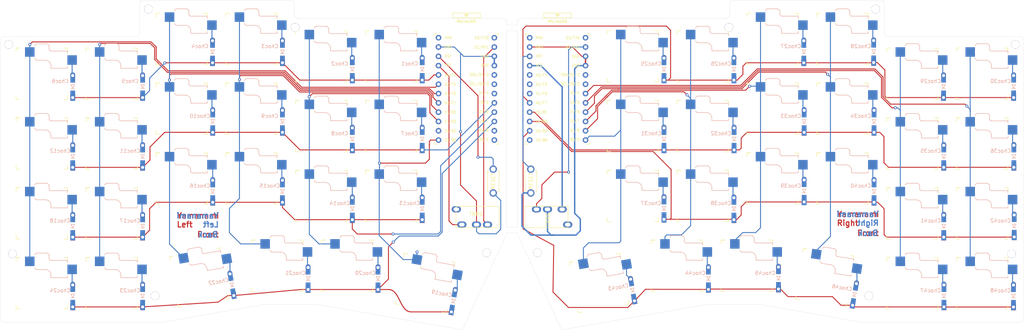
<source format=kicad_pcb>
(kicad_pcb (version 20211014) (generator pcbnew)
  (layers (0 "F.Cu" signal) (31 "B.Cu" signal) (34 "B.Paste" user) (35 "F.Paste" user) (36 "B.SilkS" user "B.Silkscreen") (37 "F.SilkS" user "F.Silkscreen") (38 "B.Mask" user) (39 "F.Mask" user) (44 "Edge.Cuts" user))
  (net 0 "")
  (net 1 "GND")
  (net 2 "GNDA")
  (net 3 "VCC")
  (net 4 "VDD")
  (net 5 "RESET")
  (net 6 "RESET_R")
  (net 7 "col0")
  (net 8 "col1")
  (net 9 "col0_R")
  (net 10 "col1_R")
  (net 11 "col5")
  (net 12 "DATA")
  (net 13 "DATA_R")
  (net 14 "row2")
  (net 15 "row3")
  (net 16 "row2_R")
  (net 17 "Net-(U1-Pad1)")
  (net 18 "row0")
  (net 19 "row1")
  (net 20 "row0_R")
  (net 21 "row1_R")
  (net 22 "col2")
  (net 23 "col3")
  (net 24 "col4")
  (net 25 "col2_R")
  (net 26 "col3_R")
  (net 27 "col4_R")
  (net 28 "row3_R")
  (net 29 "col5_R")
  (net 30 "Net-(U1-Pad5)")
  (net 31 "Net-(U1-Pad6)")
  (net 32 "Net-(U1-Pad11)")
  (net 33 "Net-(U1-Pad12)")
  (net 34 "Net-(U1-Pad24)")
  (net 35 "Net-(U2-Pad5)")
  (net 36 "Net-(U2-Pad6)")
  (net 37 "Net-(U2-Pad13)")
  (net 38 "Net-(U2-Pad20)")
  (net 39 "Net-(U2-Pad24)")
  (net 40 "Net-(J5-PadA)")
  (net 41 "Net-(J10-PadA)")
  (net 42 "Net-(U2-Pad1)")
  (net 43 "Net-(Choc1-Pad2)")
  (net 44 "Net-(Choc2-Pad2)")
  (net 45 "Net-(Choc3-Pad2)")
  (net 46 "Net-(Choc4-Pad2)")
  (net 47 "Net-(Choc5-Pad2)")
  (net 48 "Net-(Choc6-Pad2)")
  (net 49 "Net-(Choc7-Pad2)")
  (net 50 "Net-(Choc8-Pad2)")
  (net 51 "Net-(Choc9-Pad2)")
  (net 52 "Net-(Choc10-Pad2)")
  (net 53 "Net-(Choc11-Pad2)")
  (net 54 "Net-(Choc12-Pad2)")
  (net 55 "Net-(Choc13-Pad2)")
  (net 56 "Net-(Choc14-Pad2)")
  (net 57 "Net-(Choc15-Pad2)")
  (net 58 "Net-(Choc16-Pad2)")
  (net 59 "Net-(Choc17-Pad2)")
  (net 60 "Net-(Choc18-Pad2)")
  (net 61 "Net-(Choc19-Pad2)")
  (net 62 "Net-(Choc20-Pad2)")
  (net 63 "Net-(Choc21-Pad2)")
  (net 64 "Net-(Choc22-Pad2)")
  (net 65 "Net-(Choc23-Pad2)")
  (net 66 "Net-(Choc24-Pad2)")
  (net 67 "Net-(Choc25-Pad2)")
  (net 68 "Net-(Choc26-Pad2)")
  (net 69 "Net-(Choc27-Pad2)")
  (net 70 "Net-(Choc28-Pad2)")
  (net 71 "Net-(Choc29-Pad2)")
  (net 72 "Net-(Choc30-Pad2)")
  (net 73 "Net-(Choc31-Pad2)")
  (net 74 "Net-(Choc32-Pad2)")
  (net 75 "Net-(Choc33-Pad2)")
  (net 76 "Net-(Choc34-Pad2)")
  (net 77 "Net-(Choc35-Pad2)")
  (net 78 "Net-(Choc36-Pad2)")
  (net 79 "Net-(Choc37-Pad2)")
  (net 80 "Net-(Choc38-Pad2)")
  (net 81 "Net-(Choc39-Pad2)")
  (net 82 "Net-(Choc40-Pad2)")
  (net 83 "Net-(Choc41-Pad2)")
  (net 84 "Net-(Choc42-Pad2)")
  (net 85 "Net-(Choc43-Pad2)")
  (net 86 "Net-(Choc44-Pad2)")
  (net 87 "Net-(Choc45-Pad2)")
  (net 88 "Net-(Choc46-Pad2)")
  (net 89 "Net-(Choc47-Pad2)")
  (net 90 "Net-(Choc48-Pad2)")
  (net 91 "Net-(U1-Pad14)")
  (net 92 "Net-(U1-Pad7)")
  (net 93 "Net-(U2-Pad19)")
  (net 94 "Net-(U2-Pad18)")
  (footprint "kbd:ResetSW_1side" (layer "F.Cu") (at 231.5 136.45 90)
    (fp_text reference "RST1" hide)
    (fp_text value "Reset_Switch")
  )
  (footprint "keyswitches:Kailh_socket_PG1350" (layer "F.Cu") (at 184.6625 102.4025 180)
    (fp_text reference "Choc2")
    (fp_text value "Choc_V1")
  )
  (footprint "keyswitches:Kailh_socket_PG1350" (layer "F.Cu") (at 165.6125 97.6375 180)
    (fp_text reference "Choc3")
    (fp_text value "Choc_V1")
  )
  (footprint "keyswitches:Kailh_socket_PG1350" (layer "F.Cu") (at 146.5625 97.6375 180)
    (fp_text reference "Choc4")
    (fp_text value "Choc_V1")
  )
  (footprint "keyswitches:Kailh_socket_PG1350" (layer "F.Cu") (at 127.5125 107.16 180)
    (fp_text reference "Choc5")
    (fp_text value "Choc_V1")
  )
  (footprint "keyswitches:Kailh_socket_PG1350" (layer "F.Cu") (at 108.4625 107.16 180)
    (fp_text reference "Choc6")
    (fp_text value "Choc_V1")
  )
  (footprint "keyswitches:Kailh_socket_PG1350" (layer "F.Cu") (at 184.6625 121.4525 180)
    (fp_text reference "Choc8")
    (fp_text value "Choc_V1")
  )
  (footprint "keyswitches:Kailh_socket_PG1350" (layer "F.Cu") (at 165.6125 116.6875 180)
    (fp_text reference "Choc9")
    (fp_text value "Choc_V1")
  )
  (footprint "keyswitches:Kailh_socket_PG1350" (layer "F.Cu") (at 146.5625 116.6875 180)
    (fp_text reference "Choc10")
    (fp_text value "Choc_V1")
  )
  (footprint "keyswitches:Kailh_socket_PG1350" (layer "F.Cu") (at 127.5125 126.21 180)
    (fp_text reference "Choc11")
    (fp_text value "Choc_V1")
  )
  (footprint "keyswitches:Kailh_socket_PG1350" (layer "F.Cu") (at 108.4625 126.21 180)
    (fp_text reference "Choc12")
    (fp_text value "Choc_V1")
  )
  (footprint "keyswitches:Kailh_socket_PG1350" (layer "F.Cu") (at 184.6625 140.5025 180)
    (fp_text reference "Choc14")
    (fp_text value "Choc_V1")
  )
  (footprint "keyswitches:Kailh_socket_PG1350" (layer "F.Cu") (at 165.6125 135.7375 180)
    (fp_text reference "Choc15")
    (fp_text value "Choc_V1")
  )
  (footprint "keyswitches:Kailh_socket_PG1350" (layer "F.Cu") (at 146.5625 135.7375 180)
    (fp_text reference "Choc16")
    (fp_text value "Choc_V1")
  )
  (footprint "keyswitches:Kailh_socket_PG1350" (layer "F.Cu") (at 127.5125 145.26 180)
    (fp_text reference "Choc17")
    (fp_text value "Choc_V1")
  )
  (footprint "keyswitches:Kailh_socket_PG1350" (layer "F.Cu") (at 212.9125 164.3025 170)
    (fp_text reference "Choc19")
    (fp_text value "Choc_V1")
  )
  (footprint "keyswitches:Kailh_socket_PG1350" (layer "F.Cu") (at 191.6625 159.5525 180)
    (fp_text reference "Choc20")
    (fp_text value "Choc_V1")
  )
  (footprint "keyswitches:Kailh_socket_PG1350" (layer "F.Cu") (at 151.3725 162.79 -170)
    (fp_text reference "Choc22")
    (fp_text value "Choc_V1")
  )
  (footprint "keyswitches:Kailh_socket_PG1350" (layer "F.Cu") (at 127.5125 164.31 180)
    (fp_text reference "Choc23")
    (fp_text value "Choc_V1")
  )
  (footprint "keyswitches:Kailh_socket_PG1350" (layer "F.Cu") (at 108.4625 164.31 180)
    (fp_text reference "Choc24")
    (fp_text value "Choc_V1")
  )
  (footprint "kbd:MJ-4PP-9_1side" (layer "F.Cu") (at 233.25 146.25 -90)
    (fp_text reference "J5")
    (fp_text value "MJ-4PP-9" hide)
  )
  (footprint "keyswitches:Kailh_socket_PG1350" (layer "F.Cu") (at 203.7125 121.4525 180)
    (fp_text reference "Choc7")
    (fp_text value "Choc_V1")
  )
  (footprint "keyswitches:Kailh_socket_PG1350" (layer "F.Cu") (at 203.7125 140.5025 180)
    (fp_text reference "Choc13")
    (fp_text value "Choc_V1")
  )
  (footprint "keyswitches:Kailh_socket_PG1350" (layer "F.Cu") (at 203.7125 102.4025 180)
    (fp_text reference "Choc1")
    (fp_text value "Choc_V1")
  )
  (footprint "keyswitches:Kailh_socket_PG1350" (layer "F.Cu") (at 172.6125 159.5475 180)
    (fp_text reference "Choc21")
    (fp_text value "Choc_V1")
  )
  (footprint "kbd:ProMicro_v3" (layer "F.Cu") (at 224.2 111.8)
    (fp_text reference "U1" hide)
    (fp_text value "ProMicro" hide)
  )
  (footprint "keyswitches:Kailh_socket_PG1350" (layer "F.Cu") (at 108.4625 145.26 180)
    (fp_text reference "Choc18")
    (fp_text value "Choc_V1")
  )
  (footprint "kbd:M2_Threads_v2" (layer "F.Cu") (at 99.46 99.16)
    (fp_text reference "Ref**" hide)
    (fp_text value "Val**" hide)
  )
  (footprint "kbd:M2_Threads_v2" (layer "F.Cu") (at 100.46 156.31)
    (fp_text reference "Ref**" hide)
    (fp_text value "Val**" hide)
  )
  (footprint "kbd:M2_Threads_v2" (layer "F.Cu") (at 139.37 167.79)
    (fp_text reference "Ref**" hide)
    (fp_text value "Val**" hide)
  )
  (footprint "kbd:M2_Threads_v2" (layer "F.Cu") (at 177.5 94.5)
    (fp_text reference "Ref**" hide)
    (fp_text value "Val**" hide)
  )
  (footprint "kbd:M2_Threads_v2" (layer "F.Cu") (at 335.75 89.5)
    (fp_text reference "Ref**" hide)
    (fp_text value "Val**" hide)
  )
  (footprint "kbd:M2_Threads_v2" (layer "F.Cu") (at 373.79 99.16)
    (fp_text reference "Ref**" hide)
    (fp_text value "Val**" hide)
  )
  (footprint "kbd:M2_Threads_v2" (layer "F.Cu") (at 372.79 156.31)
    (fp_text reference "Ref**" hide)
    (fp_text value "Val**" hide)
  )
  (footprint "kbd:M2_Threads_v2" (layer "F.Cu") (at 333.89 167.79)
    (fp_text reference "Ref**" hide)
    (fp_text value "Val**" hide)
  )
  (footprint "kbd:M2_Threads_v2" (layer "F.Cu") (at 137.5 89.5)
    (fp_text reference "Ref**" hide)
    (fp_text value "Val**" hide)
  )
  (footprint "kbd:M2_Threads_v2" (layer "F.Cu") (at 229.7 156)
    (fp_text reference "Ref**" hide)
    (fp_text value "Val**" hide)
  )
  (footprint "icon:icon" (layer "F.Cu") (at 166.6 147.1)
    (fp_text reference "G***" hide)
    (fp_text value "LOGO" hide)
  )
  (footprint "icon:icon" (layer "F.Cu") (at 312 147)
    (fp_text reference "G***" hide)
    (fp_text value "LOGO" hide)
  )
  (footprint "kbd:M2_Threads_v2" (layer "F.Cu") (at 295.75 94.5)
    (fp_text reference "Ref**" hide)
    (fp_text value "Val**" hide)
  )
  (footprint "kbd:M2_Threads_v2" (layer "F.Cu") (at 243.55 156)
    (fp_text reference "Ref**" hide)
    (fp_text value "Val**" hide)
  )
  (footprint "keyswitches:Kailh_socket_PG1350" (layer "F.Cu") (at 326.6875 135.7375 180)
    (fp_text reference "Choc40")
    (fp_text value "Choc_V1")
  )
  (footprint "keyswitches:Kailh_socket_PG1350" (layer "F.Cu") (at 326.6875 116.6875 180)
    (fp_text reference "Choc34")
    (fp_text value "Choc_V1")
  )
  (footprint "keyswitches:Kailh_socket_PG1350" (layer "F.Cu") (at 300.6375 159.55 180)
    (fp_text reference "Choc45")
    (fp_text value "Choc_V1")
  )
  (footprint "keyswitches:Kailh_socket_PG1350" (layer "F.Cu") (at 345.7375 164.3125 180)
    (fp_text reference "Choc47")
    (fp_text value "Choc_V1")
  )
  (footprint "kbd:ResetSW_1side" (layer "F.Cu") (at 241.75 136.45 90)
    (fp_text reference "RST2" hide)
    (fp_text value "RST_Switch")
  )
  (footprint "keyswitches:Kailh_socket_PG1350" (layer "F.Cu") (at 260.3375 164.3 -170)
    (fp_text reference "Choc43")
    (fp_text value "Choc_V1")
  )
  (footprint "keyswitches:Kailh_socket_PG1350" (layer "F.Cu") (at 321.89 162.79 171.3)
    (fp_text reference "Choc46")
    (fp_text value "Choc_V1")
  )
  (footprint "kbd:MJ-4PP-9_1side" (layer "F.Cu") (at 240 146.25 90)
    (fp_text reference "J10")
    (fp_text value "MJ-4PP-9" hide)
  )
  (footprint "keyswitches:Kailh_socket_PG1350" (layer "F.Cu") (at 345.7375 126.2125 180)
    (fp_text reference "Choc35")
    (fp_text value "Choc_V1")
  )
  (footprint "keyswitches:Kailh_socket_PG1350" (layer "F.Cu") (at 269.5375 140.5 180)
    (fp_text reference "Choc37")
    (fp_text value "Choc_V1")
  )
  (footprint "keyswitches:Kailh_socket_PG1350" (layer "F.Cu") (at 281.5875 159.55 180)
    (fp_text reference "Choc44")
    (fp_text value "Choc_V1")
  )
  (footprint "keyswitches:Kailh_socket_PG1350" (layer "F.Cu") (at 364.7875 164.3125 180)
    (fp_text reference "Choc48")
    (fp_text value "Choc_V1")
  )
  (footprint "keyswitches:Kailh_socket_PG1350" (layer "F.Cu") (at 364.7875 126.2125 180)
    (fp_text reference "Choc36")
    (fp_text value "Choc_V1")
  )
  (footprint "keyswitches:Kailh_socket_PG1350" (layer "F.Cu") (at 307.6375 135.7375 180)
    (fp_text reference "Choc39")
    (fp_text value "Choc_V1")
  )
  (footprint "keyswitches:Kailh_socket_PG1350" (layer "F.Cu") (at 288.5875 140.5 180)
    (fp_text reference "Choc38")
    (fp_text value "Choc_V1")
  )
  (footprint "keyswitches:Kailh_socket_PG1350" (layer "F.Cu") (at 345.7375 145.2625 180)
    (fp_text reference "Choc41")
    (fp_text value "Choc_V1")
  )
  (footprint "kbd:ProMicro_v3" (layer "F.Cu") (at 249.05 111.8)
    (fp_text reference "U2" hide)
    (fp_text value "ProMicro" hide)
  )
  (footprint "keyswitches:Kailh_socket_PG1350" (layer "F.Cu") (at 364.7875 145.2625 180)
    (fp_text reference "Choc42")
    (fp_text value "Choc_V1")
  )
  (footprint "keyswitches:Kailh_socket_PG1350" (layer "F.Cu") (at 364.7875 107.1625 180)
    (fp_text reference "Choc30")
    (fp_text value "Choc_V1")
  )
  (footprint "keyswitches:Kailh_socket_PG1350" (layer "F.Cu") (at 288.5875 102.4 180)
    (fp_text reference "Choc26")
    (fp_text value "Choc_V1")
  )
  (footprint "keyswitches:Kailh_socket_PG1350" (layer "F.Cu") (at 269.5375 102.4 180)
    (fp_text reference "Choc25")
    (fp_text value "Choc_V1")
  )
  (footprint "keyswitches:Kailh_socket_PG1350" (layer "F.Cu") (at 326.6875 97.6375 180)
    (fp_text reference "Choc28")
    (fp_text value "Choc_V1")
  )
  (footprint "keyswitches:Kailh_socket_PG1350" (layer "F.Cu") (at 288.5875 121.45 180)
    (fp_text reference "Choc32")
    (fp_text value "Choc_V1")
  )
  (footprint "keyswitches:Kailh_socket_PG1350" (layer "F.Cu") (at 307.6375 116.6875 180)
    (fp_text reference "Choc33")
    (fp_text value "Choc_V1")
  )
  (footprint "keyswitches:Kailh_socket_PG1350" (layer "F.Cu") (at 345.7375 107.1625 180)
    (fp_text reference "Choc29")
    (fp_text value "Choc_V1")
  )
  (footprint "keyswitches:Kailh_socket_PG1350" (layer "F.Cu") (at 307.6375 97.6375 180)
    (fp_text reference "Choc27")
    (fp_text value "Choc_V1")
  )
  (footprint "keyswitches:Kailh_socket_PG1350" (layer "F.Cu") (at 269.5375 121.45 180)
    (fp_text reference "Choc31")
    (fp_text value "Choc_V1")
  )
  (footprint "kbd:D3_TH_SMD_v2" (layer "B.Cu") (at 193.1 105.89 90)
    (fp_text reference "D2" hide)
    (fp_text value "SOD123" hide)
  )
  (footprint "kbd:D3_TH_SMD_v2" (layer "B.Cu") (at 174.05 101.15 90)
    (fp_text reference "D3" hide)
    (fp_text value "SOD123" hide)
  )
  (footprint "kbd:D3_TH_SMD_v2" (layer "B.Cu") (at 155 101.15 90)
    (fp_text reference "D4" hide)
    (fp_text value "SOD123" hide)
  )
  (footprint "kbd:D3_TH_SMD_v2" (layer "B.Cu") (at 135.95 110.66 90)
    (fp_text reference "D5" hide)
    (fp_text value "SOD123" hide)
  )
  (footprint "kbd:D3_TH_SMD_v2" (layer "B.Cu") (at 116.9 110.66 90)
    (fp_text reference "D6" hide)
    (fp_text value "SOD123" hide)
  )
  (footprint "kbd:D3_TH_SMD_v2" (layer "B.Cu") (at 193.1 124.94 90)
    (fp_text reference "D8" hide)
    (fp_text value "SOD123" hide)
  )
  (footprint "kbd:D3_TH_SMD_v2" (layer "B.Cu") (at 174.05 120.15 90)
    (fp_text reference "D9" hide)
    (fp_text value "SOD123" hide)
  )
  (footprint "kbd:D3_TH_SMD_v2" (layer "B.Cu") (at 155.05 120.15 90)
    (fp_text reference "D10" hide)
    (fp_text value "SOD123" hide)
  )
  (footprint "kbd:D3_TH_SMD_v2" (layer "B.Cu") (at 193.1 143.99 90)
    (fp_text reference "D14" hide)
    (fp_text value "SOD123" hide)
  )
  (footprint "kbd:D3_TH_SMD_v2" (layer "B.Cu") (at 155.05 139.25 90)
    (fp_text reference "D16" hide)
    (fp_text value "SOD123" hide)
  )
  (footprint "kbd:D3_TH_SMD_v2" (layer "B.Cu") (at 135.95 148.76 90)
    (fp_text reference "D17" hide)
    (fp_text value "SOD123" hide)
  )
  (footprint "kbd:D3_TH_SMD_v2" (layer "B.Cu") (at 116.9 148.76 90)
    (fp_text reference "D18" hide)
    (fp_text value "SOD123" hide)
  )
  (footprint "kbd:D3_TH_SMD_v2" (layer "B.Cu") (at 220.620945 169.195577 80)
    (fp_text reference "D19" hide)
    (fp_text value "SOD123" hide)
  )
  (footprint "kbd:D3_TH_SMD_v2" (layer "B.Cu") (at 200.1 163.05 90)
    (fp_text reference "D20" hide)
    (fp_text value "SOD123" hide)
  )
  (footprint "kbd:D3_TH_SMD_v2" (layer "B.Cu") (at 181.05 163.05 90)
    (fp_text reference "D21" hide)
    (fp_text value "SOD123" hide)
  )
  (footprint "kbd:D3_TH_SMD_v2" (layer "B.Cu") (at 135.95 167.8 90)
    (fp_text reference "D23" hide)
    (fp_text value "SOD123" hide)
  )
  (footprint "kbd:D3_TH_SMD_v2" (layer "B.Cu") (at 116.9 167.8 90)
    (fp_text reference "D24" hide)
    (fp_text value "SOD123" hide)
  )
  (footprint "kbd:D3_TH_SMD_v2" (layer "B.Cu") (at 135.95 129.71 90)
    (fp_text reference "D11" hide)
    (fp_text value "SOD123" hide)
  )
  (footprint "kbd:D3_TH_SMD_v2" (layer "B.Cu") (at 174.05 139.25 90)
    (fp_text reference "D15" hide)
    (fp_text value "SOD123" hide)
  )
  (footprint "kbd:D3_TH_SMD_v2" (layer "B.Cu") (at 116.9 129.71 90)
    (fp_text reference "D12" hide)
    (fp_text value "SOD123" hide)
  )
  (footprint "kbd:D3_TH_SMD_v2" (layer "B.Cu") (at 212.15 105.89 90)
    (fp_text reference "D1" hide)
    (fp_text value "SOD123" hide)
  )
  (footprint "kbd:D3_TH_SMD_v2" (layer "B.Cu") (at 212.15 124.94 90)
    (fp_text reference "D7" hide)
    (fp_text value "SOD123" hide)
  )
  (footprint "kbd:D3_TH_SMD_v2" (layer "B.Cu") (at 212.15 143.99 90)
    (fp_text reference "D13" hide)
    (fp_text value "SOD123" hide)
  )
  (footprint "kbd:D3_TH_SMD_v2" (layer "B.Cu") (at 160.279055 164.745577 100)
    (fp_text reference "D22" hide)
    (fp_text value "SOD123" hide)
  )
  (footprint "icon:icon" (layer "B.Cu") (at 166.6 147.1 180)
    (fp_text reference "G***" hide)
    (fp_text value "LOGO" hide)
  )
  (footprint "icon:icon" (layer "B.Cu") (at 312 147 180)
    (fp_text reference "G***" hide)
    (fp_text value "LOGO" hide)
  )
  (footprint "kbd:D3_TH_SMD_v2" (layer "B.Cu") (at 278.05 105.9 90)
    (fp_text reference "D25" hide)
    (fp_text value "SOD123" hide)
  )
  (footprint "kbd:D3_TH_SMD_v2" (layer "B.Cu") (at 373.35 110.65 90)
    (fp_text reference "D30" hide)
    (fp_text value "SOD123" hide)
  )
  (footprint "kbd:D3_TH_SMD_v2" (layer "B.Cu") (at 297.15 124.95 90)
    (fp_text reference "D32" hide)
    (fp_text value "SOD123" hide)
  )
  (footprint "kbd:D3_TH_SMD_v2" (layer "B.Cu") (at 335.3 139.25 90)
    (fp_text reference "D40" hide)
    (fp_text value "SOD123" hide)
  )
  (footprint "kbd:D3_TH_SMD_v2" (layer "B.Cu") (at 354.3 148.75 90)
    (fp_text reference "D41" hide)
    (fp_text value "SOD123" hide)
  )
  (footprint "kbd:D3_TH_SMD_v2" (layer "B.Cu") (at 316.25 139.15 90)
    (fp_text reference "D39" hide)
    (fp_text value "SOD123" hide)
  )
  (footprint "kbd:D3_TH_SMD_v2" (layer "B.Cu") (at 269.479055 166.195577 100)
    (fp_text reference "D43" hide)
    (fp_text value "SOD123" hide)
  )
  (footprint "kbd:D3_TH_SMD_v2" (layer "B.Cu") (at 373.5 148.7 90)
    (fp_text reference "D42" hide)
    (fp_text value "SOD123" hide)
  )
  (footprint "kbd:D3_TH_SMD_v2" (layer "B.Cu") (at 297.1 105.9 90)
    (fp_text reference "D26" hide)
    (fp_text value "SOD123" hide)
  )
  (footprint "kbd:D3_TH_SMD_v2" (layer "B.Cu") (at 316.15 101.15 90)
    (fp_text reference "D27" hide)
    (fp_text value "SOD123" hide)
  )
  (footprint "kbd:D3_TH_SMD_v2" (layer "B.Cu") (at 278.05 124.95 90)
    (fp_text reference "D31" hide)
    (fp_text value "SOD123" hide)
  )
  (footprint "kbd:D3_TH_SMD_v2" (layer "B.Cu") (at 354.3 129.7 90)
    (fp_text reference "D35" hide)
    (fp_text value "SOD123" hide)
  )
  (footprint "kbd:D3_TH_SMD_v2" (layer "B.Cu") (at 278.05 143.9 90)
    (fp_text reference "D37" hide)
    (fp_text value "SOD123" hide)
  )
  (footprint "kbd:D3_TH_SMD_v2" (layer "B.Cu") (at 335.3 120.15 90)
    (fp_text reference "D34" hide)
    (fp_text value "SOD123" hide)
  )
  (footprint "kbd:D3_TH_SMD_v2" (layer "B.Cu") (at 297.1 144 90)
    (fp_text reference "D38" hide)
    (fp_text value "SOD123" hide)
  )
  (footprint "kbd:D3_TH_SMD_v2" (layer "B.Cu") (at 335.2 101.1 90)
    (fp_text reference "D28" hide)
    (fp_text value "SOD123" hide)
  )
  (footprint "kbd:D3_TH_SMD_v2" (layer "B.Cu") (at 316.25 120.15 90)
    (fp_text reference "D33" hide)
    (fp_text value "SOD123" hide)
  )
  (footprint "kbd:D3_TH_SMD_v2" (layer "B.Cu") (at 354.25 110.65 90)
    (fp_text reference "D29" hide)
    (fp_text value "SOD123" hide)
  )
  (footprint "kbd:D3_TH_SMD_v2" (layer "B.Cu") (at 373.4 129.7 90)
    (fp_text reference "D36" hide)
    (fp_text value "SOD123" hide)
  )
  (footprint "kbd:D3_TH_SMD_v2" (layer "B.Cu") (at 309.25 162.925 90)
    (fp_text reference "D45" hide)
    (fp_text value "SOD123" hide)
  )
  (footprint "kbd:D3_TH_SMD_v2" (layer "B.Cu") (at 373.3 167.825 90)
    (fp_text reference "D48" hide)
    (fp_text value "SOD123" hide)
  )
  (footprint "kbd:D3_TH_SMD_v2" (layer "B.Cu") (at 329.970945 167.395577 80)
    (fp_text reference "D46" hide)
    (fp_text value "SOD123" hide)
  )
  (footprint "kbd:D3_TH_SMD_v2" (layer "B.Cu") (at 290.15 163.025 90)
    (fp_text reference "D44" hide)
    (fp_text value "SOD123" hide)
  )
  (footprint "kbd:D3_TH_SMD_v2" (layer "B.Cu") (at 354.35 167.8 90)
    (fp_text reference "D47" hide)
    (fp_text value "SOD123" hide)
  )
  (gr_line (start 234.1 92.05) (end 211.1 92.05) (layer "Edge.Cuts") (width 0.05))
  (gr_line (start 141.1 175.05) (end 169.45 170.05) (layer "Edge.Cuts") (width 0.05))
  (gr_line (start 223.1 177.05) (end 183.15 170.05) (layer "Edge.Cuts") (width 0.05))
  (gr_line (start 235.1 151.05) (end 223.1 177.05) (layer "Edge.Cuts") (width 0.05))
  (gr_line (start 238.15 150.55) (end 238.15 151.05) (layer "Edge.Cuts") (width 0.05))
  (gr_line (start 235.1 151.05) (end 235.1 150.55) (layer "Edge.Cuts") (width 0.05))
  (gr_line (start 238.15 93.05) (end 238.15 93.85) (layer "Edge.Cuts") (width 0.05))
  (gr_line (start 235.1 93.05) (end 235.1 93.85) (layer "Edge.Cuts") (width 0.05))
  (gr_arc (start 238.15 93.05) (mid 238.442893 92.342893) (end 239.15 92.05) (layer "Edge.Cuts") (width 0.05))
  (gr_arc (start 337.15 87.05) (mid 337.857107 87.342893) (end 338.15 88.05) (layer "Edge.Cuts") (width 0.05))
  (gr_arc (start 375.15 97.05) (mid 375.857107 97.342893) (end 376.15 98.05) (layer "Edge.Cuts") (width 0.05))
  (gr_arc (start 296 88.05) (mid 296.292893 87.342893) (end 297 87.05) (layer "Edge.Cuts") (width 0.05))
  (gr_arc (start 376.15 174.05) (mid 375.857107 174.757107) (end 375.15 175.05) (layer "Edge.Cuts") (width 0.05))
  (gr_arc (start 339.15 97.05) (mid 338.442893 96.757107) (end 338.15 96.05) (layer "Edge.Cuts") (width 0.05))
  (gr_line (start 238.15 151.05) (end 250.15 177.05) (layer "Edge.Cuts") (width 0.05))
  (gr_line (start 250.15 177.05) (end 290.1 170.05) (layer "Edge.Cuts") (width 0.05))
  (gr_line (start 303.15 170.05) (end 303.8 170.05) (layer "Edge.Cuts") (width 0.05))
  (gr_arc (start 296 91.05) (mid 295.707107 91.757107) (end 295 92.05) (layer "Edge.Cuts") (width 0.05))
  (gr_line (start 297 87.05) (end 337.15 87.05) (layer "Edge.Cuts") (width 0.05))
  (gr_line (start 339.15 97.05) (end 375.15 97.05) (layer "Edge.Cuts") (width 0.05))
  (gr_line (start 296 91.05) (end 296 88.05) (layer "Edge.Cuts") (width 0.05))
  (gr_line (start 376.15 98.05) (end 376.15 174.05) (layer "Edge.Cuts") (width 0.05))
  (gr_line (start 238.15 149.05) (end 238.15 95.35) (layer "Edge.Cuts") (width 0.05))
  (gr_line (start 262.15 92.05) (end 295 92.05) (layer "Edge.Cuts") (width 0.05))
  (gr_line (start 239.15 92.05) (end 262.15 92.05) (layer "Edge.Cuts") (width 0.05))
  (gr_line (start 375.15 175.05) (end 332.15 175.05) (layer "Edge.Cuts") (width 0.05))
  (gr_line (start 338.15 88.05) (end 338.15 96.05) (layer "Edge.Cuts") (width 0.05))
  (gr_line (start 332.15 175.05) (end 303.8 170.05) (layer "Edge.Cuts") (width 0.05))
  (gr_line (start 303.15 170.05) (end 290.1 170.05) (layer "Edge.Cuts") (width 0.05))
  (gr_arc (start 178.25 92.05) (mid 177.542893 91.757107) (end 177.25 91.05) (layer "Edge.Cuts") (width 0.05))
  (gr_arc (start 135.1 96.05) (mid 134.807107 96.757107) (end 134.1 97.05) (layer "Edge.Cuts") (width 0.05))
  (gr_line (start 176.25 87.05) (end 136.1 87.05) (layer "Edge.Cuts") (width 0.05))
  (gr_line (start 134.1 97.05) (end 98.1 97.05) (layer "Edge.Cuts") (width 0.05))
  (gr_arc (start 98.1 175.05) (mid 97.392893 174.757107) (end 97.1 174.05) (layer "Edge.Cuts") (width 0.05))
  (gr_line (start 98.1 175.05) (end 141.1 175.05) (layer "Edge.Cuts") (width 0.05))
  (gr_arc (start 97.1 98.05) (mid 97.392893 97.342893) (end 98.1 97.05) (layer "Edge.Cuts") (width 0.05))
  (gr_arc (start 234.1 92.05) (mid 234.807107 92.342893) (end 235.1 93.05) (layer "Edge.Cuts") (width 0.05))
  (gr_line (start 235.1 149.05) (end 235.1 95.35) (layer "Edge.Cuts") (width 0.05))
  (gr_line (start 170.1 170.05) (end 183.15 170.05) (layer "Edge.Cuts") (width 0.05))
  (gr_line (start 97.1 98.05) (end 97.1 174.05) (layer "Edge.Cuts") (width 0.05))
  (gr_arc (start 135.1 88.05) (mid 135.392893 87.342893) (end 136.1 87.05) (layer "Edge.Cuts") (width 0.05))
  (gr_line (start 238.15 149.05) (end 235.1 149.05) (layer "Edge.Cuts") (width 0.05))
  (gr_line (start 235.1 150.55) (end 238.15 150.55) (layer "Edge.Cuts") (width 0.05))
  (gr_line (start 235.1 93.85) (end 238.15 93.85) (layer "Edge.Cuts") (width 0.05))
  (gr_line (start 135.1 88.05) (end 135.1 96.05) (layer "Edge.Cuts") (width 0.05))
  (gr_line (start 235.1 95.35) (end 238.15 95.35) (layer "Edge.Cuts") (width 0.05))
  (gr_line (start 211.1 92.05) (end 178.25 92.05) (layer "Edge.Cuts") (width 0.05))
  (gr_line (start 170.1 170.05) (end 169.45 170.05) (layer "Edge.Cuts") (width 0.05))
  (gr_line (start 177.25 91.05) (end 177.25 88.05) (layer "Edge.Cuts") (width 0.05))
  (gr_arc (start 176.25 87.05) (mid 176.957107 87.342893) (end 177.25 88.05) (layer "Edge.Cuts") (width 0.05))
  (gr_text "Yamanami\nRight" (at 325.021429 146.7) (layer "F.Cu") (effects (font (size 1.5 1.5) (thickness 0.3)) (justify left)))
  (gr_text "Yamanami\nLeft" (at 145.121429 147.1) (layer "F.Cu") (effects (font (size 1.5 1.5) (thickness 0.3)) (justify left)))
  (gr_text "Front" (at 153.75 151.05) (layer "F.Cu") (effects (font (size 1.5 1.5) (thickness 0.3))))
  (gr_text "Front" (at 333.65 150.65) (layer "F.Cu") (effects (font (size 1.5 1.5) (thickness 0.3))))
  (gr_text "Yamanami\nRight" (at 336.75 146.7) (layer "B.Cu") (effects (font (size 1.5 1.5) (thickness 0.3)) (justify left mirror)))
  (gr_text "Back" (at 333.65 150.65) (layer "B.Cu") (effects (font (size 1.5 1.5) (thickness 0.3)) (justify mirror)))
  (gr_text "Back" (at 153.75 151.05) (layer "B.Cu") (effects (font (size 1.5 1.5) (thickness 0.3)) (justify mirror)))
  (gr_text "Yamanami\nLeft" (at 156.85 147.1) (layer "B.Cu") (effects (font (size 1.5 1.5) (thickness 0.3)) (justify left mirror)))
  (segment (start 226.95 141.9) (end 226.95 148.35) (width 0.254) (layer "F.Cu") (net 1))
  (segment (start 222.6 122.95) (end 222.6 137.55) (width 0.254) (layer "F.Cu") (net 1))
  (segment (start 222.6 137.55) (end 226.95 141.9) (width 0.254) (layer "F.Cu") (net 1))
  (via (at 222.6 122.95) (size 0.8) (drill 0.4) (layers "F.Cu" "B.Cu") (net 1))
  (segment (start 232.3 150.85) (end 227.6 150.85) (width 0.254) (layer "B.Cu") (net 1))
  (segment (start 233.55 149.6) (end 232.3 150.85) (width 0.254) (layer "B.Cu") (net 1))
  (segment (start 222.6 101.55) (end 222.6 122.95) (width 0.254) (layer "B.Cu") (net 1))
  (segment (start 231.8114 102.402) (end 231.8114 104.942) (width 0.381) (layer "B.Cu") (net 1))
  (segment (start 226.95 150.2) (end 226.95 148.35) (width 0.254) (layer "B.Cu") (net 1))
  (segment (start 227.6 150.85) (end 226.95 150.2) (width 0.254) (layer "B.Cu") (net 1))
  (segment (start 223.452 102.402) (end 231.8114 102.402) (width 0.254) (layer "B.Cu") (net 1))
  (segment (start 231.5 139.7) (end 233.55 141.75) (width 0.254) (layer "B.Cu") (net 1))
  (segment (start 222.6 101.55) (end 223.452 102.402) (width 0.254) (layer "B.Cu") (net 1))
  (segment (start 216.5914 99.862) (end 220.912 99.862) (width 0.254) (layer "B.Cu") (net 1))
  (segment (start 220.912 99.862) (end 222.6 101.55) (width 0.254) (layer "B.Cu") (net 1))
  (segment (start 233.55 141.75) (end 233.55 149.6) (width 0.254) (layer "B.Cu") (net 1))
  (segment (start 241.4414 99.862) (end 253.112 99.862) (width 0.254) (layer "F.Cu") (net 2))
  (segment (start 253.112 99.862) (end 255.652 102.402) (width 0.254) (layer "F.Cu") (net 2))
  (segment (start 256.6614 102.402) (end 256.6614 104.942) (width 0.381) (layer "F.Cu") (net 2))
  (segment (start 255.652 102.402) (end 256.6614 102.402) (width 0.254) (layer "F.Cu") (net 2))
  (segment (start 246.3 150.2) (end 246.3 144.15) (width 0.381) (layer "B.Cu") (net 2))
  (segment (start 253.7 145.25) (end 255.25 146.8) (width 0.381) (layer "B.Cu") (net 2))
  (segment (start 254.05 151.2) (end 248.05 151.2) (width 0.381) (layer "B.Cu") (net 2))
  (segment (start 239.35 148.8) (end 241.75 151.2) (width 0.381) (layer "B.Cu") (net 2))
  (segment (start 255.25 150) (end 254.05 151.2) (width 0.381) (layer "B.Cu") (net 2))
  (segment (start 239.8 139.7) (end 239.35 140.15) (width 0.381) (layer "B.Cu") (net 2))
  (segment (start 241.75 151.2) (end 248.05 151.2) (width 0.381) (layer "B.Cu") (net 2))
  (segment (start 256.6614 104.942) (end 254.558 104.942) (width 0.381) (layer "B.Cu") (net 2))
  (segment (start 241.75 139.7) (end 239.8 139.7) (width 0.381) (layer "B.Cu") (net 2))
  (segment (start 255.25 146.8) (end 255.25 150) (width 0.381) (layer "B.Cu") (net 2))
  (segment (start 253.7 105.8) (end 253.7 145.25) (width 0.381) (layer "B.Cu") (net 2))
  (segment (start 247.3 151.2) (end 246.3 150.2) (width 0.381) (layer "B.Cu") (net 2))
  (segment (start 248.05 151.2) (end 247.3 151.2) (width 0.381) (layer "B.Cu") (net 2))
  (segment (start 239.35 140.15) (end 239.35 148.8) (width 0.381) (layer "B.Cu") (net 2))
  (segment (start 254.558 104.942) (end 253.7 105.8) (width 0.381) (layer "B.Cu") (net 2))
  (segment (start 246.2 144.15) (end 246.3 144.15) (width 0.381) (layer "B.Cu") (net 2))
  (segment (start 219.45 107.8006) (end 219.45 147.35) (width 0.254) (layer "F.Cu") (net 3))
  (segment (start 219.45 147.35) (end 220.45 148.35) (width 0.254) (layer "F.Cu") (net 3))
  (segment (start 216.5914 104.942) (end 219.45 107.8006) (width 0.254) (layer "F.Cu") (net 3))
  (segment (start 220.45 148.35) (end 222.95 148.35) (width 0.254) (layer "F.Cu") (net 3))
  (segment (start 241.4414 104.942) (end 244.492 104.942) (width 0.381) (layer "B.Cu") (net 4))
  (segment (start 244.492 104.942) (end 250.3 110.75) (width 0.381) (layer "B.Cu") (net 4))
  (segment (start 250.3 110.75) (end 250.3 144.15) (width 0.381) (layer "B.Cu") (net 4))
  (segment (start 227.35 113.1606) (end 227.35 129.95) (width 0.254) (layer "F.Cu") (net 5))
  (segment (start 231.1317 133.2) (end 231.5 133.2) (width 0.254) (layer "F.Cu") (net 5))
  (segment (start 216.5914 102.402) (end 227.35 113.1606) (width 0.254) (layer "F.Cu") (net 5))
  (via (at 227.35 129.95) (size 0.8) (drill 0.4) (layers "F.Cu" "B.Cu") (net 5))
  (segment (start 227.35 129.95) (end 231 129.95) (width 0.254) (layer "B.Cu") (net 5))
  (segment (start 231 129.95) (end 231.5 130.45) (width 0.254) (layer "B.Cu") (net 5))
  (segment (start 231.5 130.45) (end 231.5 133.2) (width 0.254) (layer "B.Cu") (net 5))
  (segment (start 241.95 132.65) (end 241.95 133.2) (width 0.254) (layer "F.Cu") (net 6))
  (segment (start 239.898 102.402) (end 239.6 102.7) (width 0.254) (layer "B.Cu") (net 6))
  (segment (start 239.6 102.7) (end 239.6 131.05) (width 0.254) (layer "B.Cu") (net 6))
  (segment (start 239.6 131.05) (end 241.75 133.2) (width 0.254) (layer "B.Cu") (net 6))
  (segment (start 241.4414 102.402) (end 239.898 102.402) (width 0.254) (layer "B.Cu") (net 6))
  (segment (start 214.1 126.7) (end 214.1 130.5) (width 0.254) (layer "F.Cu") (net 7))
  (segment (start 214.438 125.262) (end 214.1 125.6) (width 0.254) (layer "F.Cu") (net 7))
  (segment (start 216.5914 125.262) (end 214.438 125.262) (width 0.254) (layer "F.Cu") (net 7))
  (segment (start 213.05 131.55) (end 200.5 131.55) (width 0.254) (layer "F.Cu") (net 7))
  (segment (start 214.1 130.5) (end 213.05 131.55) (width 0.254) (layer "F.Cu") (net 7))
  (segment (start 214.1 125.6) (end 214.1 126.7) (width 0.254) (layer "F.Cu") (net 7))
  (segment (start 214.1 126.45) (end 214.1 126.7) (width 0.254) (layer "F.Cu") (net 7))
  (via (at 210.75 155.8) (size 0.8) (drill 0.4) (layers "F.Cu" "B.Cu") (net 7))
  (via (at 200.5 131.55) (size 0.8) (drill 0.4) (layers "F.Cu" "B.Cu") (net 7))
  (segment (start 200.4375 131.4875) (end 200.5 131.55) (width 0.254) (layer "B.Cu") (net 7))
  (segment (start 200.4375 115.5025) (end 200.4375 96.4525) (width 0.254) (layer "B.Cu") (net 7))
  (segment (start 210.720461 155.829539) (end 210.75 155.8) (width 0.254) (layer "B.Cu") (net 7))
  (segment (start 200.4375 134.5525) (end 200.4375 151.3375) (width 0.254) (layer "B.Cu") (net 7))
  (segment (start 200.4375 151.3375) (end 206.974196 157.874196) (width 0.254) (layer "B.Cu") (net 7))
  (segment (start 210.720461 157.874196) (end 210.720461 155.829539) (width 0.254) (layer "B.Cu") (net 7))
  (segment (start 200.5 131.55) (end 200.5 134.49) (width 0.254) (layer "B.Cu") (net 7))
  (segment (start 200.45 96.465) (end 200.4375 96.4525) (width 0.254) (layer "B.Cu") (net 7))
  (segment (start 200.5 134.49) (end 200.4375 134.5525) (width 0.254) (layer "B.Cu") (net 7))
  (segment (start 200.4375 115.5025) (end 200.4375 131.4875) (width 0.254) (layer "B.Cu") (net 7))
  (segment (start 206.974196 157.874196) (end 210.720461 157.874196) (width 0.254) (layer "B.Cu") (net 7))
  (segment (start 213.95 112.91067) (end 213.61657 112.57724) (width 0.254) (layer "F.Cu") (net 8))
  (segment (start 182.22276 112.57724) (end 181.35 113.45) (width 0.254) (layer "F.Cu") (net 8))
  (segment (start 214.24014 117.83074) (end 214.24014 113.24014) (width 0.254) (layer "F.Cu") (net 8))
  (segment (start 213.61657 112.57724) (end 182.22276 112.57724) (width 0.254) (layer "F.Cu") (net 8))
  (segment (start 213.95 112.95) (end 213.95 112.91067) (width 0.254) (layer "F.Cu") (net 8))
  (segment (start 216.5914 120.182) (end 214.24014 117.83074) (width 0.254) (layer "F.Cu") (net 8))
  (segment (start 214.24014 113.24014) (end 213.95 112.95) (width 0.254) (layer "F.Cu") (net 8))
  (via (at 181.35 113.45) (size 0.8) (drill 0.4) (layers "F.Cu" "B.Cu") (net 8))
  (segment (start 181.4 115.515) (end 181.3875 115.5025) (width 0.254) (layer "B.Cu") (net 8))
  (segment (start 181.3875 96.4525) (end 181.3875 113.4125) (width 0.254) (layer "B.Cu") (net 8))
  (segment (start 181.3875 115.5025) (end 181.3875 134.5525) (width 0.254) (layer "B.Cu") (net 8))
  (segment (start 184.0025 153.6025) (end 188.3875 153.6025) (width 0.254) (layer "B.Cu") (net 8))
  (segment (start 181.35 134.59) (end 181.3875 134.5525) (width 0.254) (layer "B.Cu") (net 8))
  (segment (start 181.35 96.49) (end 181.3875 96.4525) (width 0.254) (layer "B.Cu") (net 8))
  (segment (start 181.3875 150.9875) (end 184.0025 153.6025) (width 0.254) (layer "B.Cu") (net 8))
  (segment (start 181.3875 113.4875) (end 181.35 113.45) (width 0.254) (layer "B.Cu") (net 8))
  (segment (start 181.3875 115.5025) (end 181.3875 113.4875) (width 0.254) (layer "B.Cu") (net 8))
  (segment (start 181.3875 113.4125) (end 181.35 113.45) (width 0.254) (layer "B.Cu") (net 8))
  (segment (start 181.3875 134.5525) (end 181.3875 150.9875) (width 0.254) (layer "B.Cu") (net 8))
  (segment (start 266.2625 134.55) (end 266.2625 122.5125) (width 0.254) (layer "B.Cu") (net 9))
  (segment (start 266.2625 134.55) (end 265.45 134.55) (width 0.254) (layer "B.Cu") (net 9))
  (segment (start 266.2625 122.5125) (end 266.2625 115.5) (width 0.254) (layer "B.Cu") (net 9))
  (segment (start 266.35 134.6375) (end 266.2625 134.55) (width 0.254) (layer "B.Cu") (net 9))
  (segment (start 266.25 96.4625) (end 266.2625 96.45) (width 0.254) (layer "B.Cu") (net 9))
  (segment (start 266.25 115.5125) (end 266.2625 115.5) (width 0.254) (layer "B.Cu") (net 9))
  (segment (start 266.2625 96.45) (end 266.2625 115.5) (width 0.254) (layer "B.Cu") (net 9))
  (segment (start 264.579801 124.195199) (end 257.728201 124.195199) (width 0.254) (layer "B.Cu") (net 9))
  (segment (start 266.2625 152.8375) (end 265.8 153.3) (width 0.254) (layer "B.Cu") (net 9))
  (segment (start 265.8 153.3) (end 257.5 153.3) (width 0.254) (layer "B.Cu") (net 9))
  (segment (start 266.2625 134.55) (end 266.2625 152.8375) (width 0.254) (layer "B.Cu") (net 9))
  (segment (start 266.2625 122.5125) (end 264.579801 124.195199) (width 0.254) (layer "B.Cu") (net 9))
  (segment (start 257.5 153.3) (end 256.079048 154.720952) (width 0.254) (layer "B.Cu") (net 9))
  (segment (start 257.728201 124.195199) (end 256.6614 125.262) (width 0.254) (layer "B.Cu") (net 9))
  (segment (start 256.079048 154.720952) (end 256.079048 159.009092) (width 0.254) (layer "B.Cu") (net 9))
  (segment (start 265.455898 112.07724) (end 283.47724 112.07724) (width 0.254) (layer "F.Cu") (net 10))
  (segment (start 283.47724 112.07724) (end 284.35 112.95) (width 0.254) (layer "F.Cu") (net 10))
  (segment (start 263.96817 112.07724) (end 265.455898 112.07724) (width 0.254) (layer "F.Cu") (net 10))
  (segment (start 256.6614 122.722) (end 259.950655 119.432745) (width 0.254) (layer "F.Cu") (net 10))
  (segment (start 262.722705 113.322705) (end 263.96817 112.07724) (width 0.254) (layer "F.Cu") (net 10))
  (segment (start 259.950655 116.094755) (end 262.722705 113.322705) (width 0.254) (layer "F.Cu") (net 10))
  (segment (start 262.400655 113.644755) (end 262.722705 113.322705) (width 0.254) (layer "F.Cu") (net 10))
  (segment (start 259.950655 119.432745) (end 259.950655 116.094755) (width 0.254) (layer "F.Cu") (net 10))
  (via (at 284.35 112.95) (size 0.8) (drill 0.4) (layers "F.Cu" "B.Cu") (net 10))
  (segment (start 285.3125 96.45) (end 285.3125 114.0875) (width 0.254) (layer "B.Cu") (net 10))
  (segment (start 285.3125 114.0875) (end 285.3125 115.5) (width 0.254) (layer "B.Cu") (net 10))
  (segment (start 285.3125 113.9125) (end 285.3125 114.0875) (width 0.254) (layer "B.Cu") (net 10))
  (segment (start 284.35 112.95) (end 285.3125 113.9125) (width 0.254) (layer "B.Cu") (net 10))
  (segment (start 278.3125 151.6375) (end 278.3125 153.6) (width 0.254) (layer "B.Cu") (net 10))
  (segment (start 278.8 151.15) (end 278.3125 151.6375) (width 0.254) (layer "B.Cu") (net 10))
  (segment (start 282.8 151.15) (end 278.8 151.15) (width 0.254) (layer "B.Cu") (net 10))
  (segment (start 285.3125 148.6375) (end 282.8 151.15) (width 0.254) (layer "B.Cu") (net 10))
  (segment (start 285.35 96.4875) (end 285.3125 96.45) (width 0.254) (layer "B.Cu") (net 10))
  (segment (start 285.15 134.7125) (end 285.3125 134.55) (width 0.254) (layer "B.Cu") (net 10))
  (segment (start 285.3125 134.55) (end 285.3125 148.6375) (width 0.254) (layer "B.Cu") (net 10))
  (segment (start 285.3125 115.5) (end 285.3125 134.55) (width 0.254) (layer "B.Cu") (net 10))
  (segment (start 285.5 115.6875) (end 285.3125 115.5) (width 0.254) (layer "B.Cu") (net 10))
  (segment (start 139.65 103.1) (end 139.65 99.85) (width 0.254) (layer "F.Cu") (net 11))
  (segment (start 179.3 110.85) (end 174.8 106.35) (width 0.254) (layer "F.Cu") (net 11))
  (segment (start 215.7634 110.85) (end 179.3 110.85) (width 0.254) (layer "F.Cu") (net 11))
  (segment (start 139.65 99.85) (end 138.25 98.45) (width 0.254) (layer "F.Cu") (net 11))
  (segment (start 138.25 98.45) (end 105.9 98.45) (width 0.254) (layer "F.Cu") (net 11))
  (segment (start 174.8 106.35) (end 142.9 106.35) (width 0.254) (layer "F.Cu") (net 11))
  (segment (start 142.9 106.35) (end 139.65 103.1) (width 0.254) (layer "F.Cu") (net 11))
  (segment (start 105.9 98.45) (end 105.2 99.15) (width 0.254) (layer "F.Cu") (net 11))
  (segment (start 216.5914 110.022) (end 215.7634 110.85) (width 0.254) (layer "F.Cu") (net 11))
  (via (at 105.2 99.15) (size 0.8) (drill 0.4) (layers "F.Cu" "B.Cu") (net 11))
  (segment (start 105.15 101.2475) (end 105.1875 101.21) (width 0.254) (layer "B.Cu") (net 11))
  (segment (start 105.2 99.15) (end 105.2 101.1975) (width 0.254) (layer "B.Cu") (net 11))
  (segment (start 105.1875 137.2125) (end 105.2 137.2) (width 0.254) (layer "B.Cu") (net 11))
  (segment (start 105.1875 139.31) (end 105.1875 120.26) (width 0.254) (layer "B.Cu") (net 11))
  (segment (start 105.2 101.1975) (end 105.1875 101.21) (width 0.254) (layer "B.Cu") (net 11))
  (segment (start 105.1875 120.26) (end 105.1875 101.21) (width 0.254) (layer "B.Cu") (net 11))
  (segment (start 105.1875 158.36) (end 105.1875 139.31) (width 0.254) (layer "B.Cu") (net 11))
  (segment (start 105.2 120.2725) (end 105.1875 120.26) (width 0.254) (layer "B.Cu") (net 11))
  (segment (start 228.9 102.7734) (end 228.9 147.3) (width 0.254) (layer "F.Cu") (net 12))
  (segment (start 228.9 147.3) (end 229.95 148.35) (width 0.254) (layer "F.Cu") (net 12))
  (segment (start 229.9 148.3) (end 229.95 148.35) (width 0.254) (layer "F.Cu") (net 12))
  (segment (start 231.8114 99.862) (end 228.9 102.7734) (width 0.254) (layer "F.Cu") (net 12))
  (segment (start 243.3 142.65) (end 243.3 144.15) (width 0.254) (layer "F.Cu") (net 13))
  (segment (start 244.75 137.5) (end 244.75 141.2) (width 0.254) (layer "F.Cu") (net 13))
  (segment (start 244.75 141.2) (end 243.3 142.65) (width 0.254) (layer "F.Cu") (net 13))
  (segment (start 248.25 134) (end 244.75 137.5) (width 0.254) (layer "F.Cu") (net 13))
  (segment (start 252.05 134) (end 248.25 134) (width 0.254) (layer "F.Cu") (net 13))
  (via (at 252.05 134) (size 0.8) (drill 0.4) (layers "F.Cu" "B.Cu") (net 13))
  (segment (start 252.838 99.862) (end 252.05 100.65) (width 0.254) (layer "B.Cu") (net 13))
  (segment (start 256.6614 99.862) (end 252.838 99.862) (width 0.254) (layer "B.Cu") (net 13))
  (segment (start 252.05 100.65) (end 252.05 134) (width 0.254) (layer "B.Cu") (net 13))
  (segment (start 174.05 143.65) (end 174.05 142.25) (width 0.254) (layer "F.Cu") (net 14))
  (segment (start 139.6 142.25) (end 137.85 144) (width 0.254) (layer "F.Cu") (net 14))
  (segment (start 193.1 146.99) (end 177.39 146.99) (width 0.254) (layer "F.Cu") (net 14))
  (segment (start 135.95 151.76) (end 116.9 151.76) (width 0.254) (layer "F.Cu") (net 14))
  (segment (start 212.15 146.99) (end 193.1 146.99) (width 0.254) (layer "F.Cu") (net 14))
  (segment (start 174.05 142.25) (end 155.05 142.25) (width 0.254) (layer "F.Cu") (net 14))
  (segment (start 137.85 144) (end 137.85 149.86) (width 0.254) (layer "F.Cu") (net 14))
  (segment (start 177.39 146.99) (end 174.05 143.65) (width 0.254) (layer "F.Cu") (net 14))
  (segment (start 137.85 149.86) (end 135.95 151.76) (width 0.254) (layer "F.Cu") (net 14))
  (segment (start 194.45 150.9) (end 193.1 149.55) (width 0.254) (layer "F.Cu") (net 14))
  (segment (start 155.05 142.25) (end 139.6 142.25) (width 0.254) (layer "F.Cu") (net 14))
  (segment (start 204.2 150.9) (end 194.45 150.9) (width 0.254) (layer "F.Cu") (net 14))
  (segment (start 193.1 149.55) (end 193.1 146.99) (width 0.254) (layer "F.Cu") (net 14))
  (via (at 204.2 150.9) (size 0.8) (drill 0.4) (layers "F.Cu" "B.Cu") (net 14))
  (segment (start 217.16819 132.28521) (end 217.16819 150.22114) (width 0.254) (layer "B.Cu") (net 14))
  (segment (start 174.05 141.025) (end 174.05 142.25) (width 0.254) (layer "B.Cu") (net 14))
  (segment (start 193.1 146.99) (end 193.1 145.765) (width 0.254) (layer "B.Cu") (net 14))
  (segment (start 217.16819 150.22114) (end 216.48933 150.9) (width 0.254) (layer "B.Cu") (net 14))
  (segment (start 116.9 150.535) (end 116.9 151.76) (width 0.254) (layer "B.Cu") (net 14))
  (segment (start 212.15 145.765) (end 212.15 146.99) (width 0.254) (layer "B.Cu") (net 14))
  (segment (start 135.95 151.76) (end 135.95 150.535) (width 0.254) (layer "B.Cu") (net 14))
  (segment (start 216.48933 150.9) (end 204.2 150.9) (width 0.254) (layer "B.Cu") (net 14))
  (segment (start 155.05 142.25) (end 155.05 141.025) (width 0.254) (layer "B.Cu") (net 14))
  (segment (start 231.8114 117.642) (end 217.16819 132.28521) (width 0.254) (layer "B.Cu") (net 14))
  (segment (start 208.546123 172.077104) (end 208.294677 171.989671) (width 0.254) (layer "F.Cu") (net 15))
  (segment (start 200.1 166.05) (end 181.05 166.05) (width 0.254) (layer "F.Cu") (net 15))
  (segment (start 209.1 172.15) (end 208.814153 172.131365) (width 0.254) (layer "F.Cu") (net 15))
  (segment (start 160.8 167.7) (end 159.2 167.7) (width 0.254) (layer "F.Cu") (net 15))
  (segment (start 202.95 163.2) (end 200.1 166.05) (width 0.254) (layer "F.Cu") (net 15))
  (segment (start 179.1 166.05) (end 160.8 167.7) (width 0.254) (layer "F.Cu") (net 15))
  (segment (start 203.285842 166.068631) (end 203 166.05) (width 0.254) (layer "F.Cu") (net 15))
  (segment (start 206.895759 170.655251) (end 206.732769 170.390906) (width 0.254) (layer "F.Cu") (net 15))
  (segment (start 206.422149 169.831503) (end 206.272061 169.541358) (width 0.254) (layer "F.Cu") (net 15))
  (segment (start 203.553874 166.122893) (end 203.285842 166.068631) (width 0.254) (layer "F.Cu") (net 15))
  (segment (start 206.575311 170.115504) (end 206.422149 169.831503) (width 0.254) (layer "F.Cu") (net 15))
  (segment (start 156.5 169.5) (end 135.95 170.8) (width 0.254) (layer "F.Cu") (net 15))
  (segment (start 207.243236 171.140942) (end 207.065504 170.906083) (width 0.254) (layer "F.Cu") (net 15))
  (segment (start 204.25 153.1) (end 202.95 154.4) (width 0.254) (layer "F.Cu") (net 15))
  (segment (start 204.263366 166.474876) (end 204.041406 166.328471) (width 0.254) (layer "F.Cu") (net 15))
  (segment (start 135.95 170.8) (end 116.9 170.8) (width 0.254) (layer "F.Cu") (net 15))
  (segment (start 204.669814 166.842623) (end 204.472425 166.647078) (width 0.254) (layer "F.Cu") (net 15))
  (segment (start 208.05859 171.871524) (end 207.836629 171.725121) (width 0.254) (layer "F.Cu") (net 15))
  (segment (start 208.814153 172.131365) (end 208.546123 172.077104) (width 0.254) (layer "F.Cu") (net 15))
  (segment (start 204.041406 166.328471) (end 203.805319 166.210325) (width 0.254) (layer "F.Cu") (net 15))
  (segment (start 205.367226 167.80909) (end 205.204239 167.544744) (width 0.254) (layer "F.Cu") (net 15))
  (segment (start 207.065504 170.906083) (end 206.895759 170.655251) (width 0.254) (layer "F.Cu") (net 15))
  (segment (start 206.123813 169.247527) (end 205.976181 168.952468) (width 0.254) (layer "F.Cu") (net 15))
  (segment (start 220.1 172.15) (end 209.1 172.15) (width 0.254) (layer "F.Cu") (net 15))
  (segment (start 159.2 167.7) (end 156.5 169.5) (width 0.254) (layer "F.Cu") (net 15))
  (segment (start 204.472425 166.647078) (end 204.263366 166.474876) (width 0.254) (layer "F.Cu") (net 15))
  (segment (start 181.05 166.05) (end 179.1 166.05) (width 0.254) (layer "F.Cu") (net 15))
  (segment (start 205.677847 168.368494) (end 205.524688 168.084492) (width 0.254) (layer "F.Cu") (net 15))
  (segment (start 206.272061 169.541358) (end 206.123813 169.247527) (width 0.254) (layer "F.Cu") (net 15))
  (segment (start 202.95 154.4) (end 202.95 163.2) (width 0.254) (layer "F.Cu") (net 15))
  (segment (start 206.732769 170.390906) (end 206.575311 170.115504) (width 0.254) (layer "F.Cu") (net 15))
  (segment (start 207.836629 171.725121) (end 207.62757 171.552918) (width 0.254) (layer "F.Cu") (net 15))
  (segment (start 208.294677 171.989671) (end 208.05859 171.871524) (width 0.254) (layer "F.Cu") (net 15))
  (segment (start 207.62757 171.552918) (end 207.430182 171.357373) (width 0.254) (layer "F.Cu") (net 15))
  (segment (start 205.827936 168.658639) (end 205.677847 168.368494) (width 0.254) (layer "F.Cu") (net 15))
  (segment (start 205.034492 167.293915) (end 204.85676 167.059055) (width 0.254) (layer "F.Cu") (net 15))
  (segment (start 204.85676 167.059055) (end 204.669814 166.842623) (width 0.254) (layer "F.Cu") (net 15))
  (segment (start 205.976181 168.952468) (end 205.827936 168.658639) (width 0.254) (layer "F.Cu") (net 15))
  (segment (start 205.204239 167.544744) (end 205.034492 167.293915) (width 0.254) (layer "F.Cu") (net 15))
  (segment (start 207.430182 171.357373) (end 207.243236 171.140942) (width 0.254) (layer "F.Cu") (net 15))
  (segment (start 205.524688 168.084492) (end 205.367226 167.80909) (width 0.254) (layer "F.Cu") (net 15))
  (segment (start 203.805319 166.210325) (end 203.553874 166.122893) (width 0.254) (layer "F.Cu") (net 15))
  (segment (start 203 166.05) (end 200.1 166.05) (width 0.254) (layer "F.Cu") (net 15))
  (via (at 204.25 153.1) (size 0.8) (drill 0.4) (layers "F.Cu" "B.Cu") (net 15))
  (segment (start 217.6 134.3934) (end 217.6 150.4) (width 0.254) (layer "B.Cu") (net 15))
  (segment (start 217.6 150.4) (end 216.55 151.45) (width 0.254) (layer "B.Cu") (net 15))
  (segment (start 160.8 167.7) (end 160.8 166.70633) (width 0.254) (layer "B.Cu") (net 15))
  (segment (start 181.05 164.825) (end 181.05 166.05) (width 0.254) (layer "B.Cu") (net 15))
  (segment (start 231.8114 120.182) (end 217.6 134.3934) (width 0.254) (layer "B.Cu") (net 15))
  (segment (start 220.312719 170.943611) (end 220.312719 171.937281) (width 0.254) (layer "B.Cu") (net 15))
  (segment (start 220.312719 171.937281) (end 220.1 172.15) (width 0.254) (layer "B.Cu") (net 15))
  (segment (start 160.8 166.70633) (end 160.587281 166.493611) (width 0.254) (layer "B.Cu") (net 15))
  (segment (start 205.9 151.45) (end 204.25 153.1) (width 0.254) (layer "B.Cu") (net 15))
  (segment (start 200.1 166.7) (end 200.1 166.05) (width 0.254) (layer "B.Cu") (net 15))
  (segment (start 200.1 164.825) (end 200.1 166.05) (width 0.254) (layer "B.Cu") (net 15))
  (segment (start 216.55 151.45) (end 205.9 151.45) (width 0.254) (layer "B.Cu") (net 15))
  (segment (start 116.9 170.8) (end 116.9 169.575) (width 0.254) (layer "B.Cu") (net 15))
  (segment (start 135.95 169.575) (end 135.95 170.8) (width 0.254) (layer "B.Cu") (net 15))
  (segment (start 297 146.9) (end 297.1 147) (width 0.254) (layer "F.Cu") (net 16))
  (segment (start 300.4 142.15) (end 316.25 142.15) (width 0.254) (layer "F.Cu") (net 16))
  (segment (start 338.05 151.1) (end 338.7 151.75) (width 0.254) (layer "F.Cu") (net 16))
  (segment (start 278.05 146.9) (end 279.7 146.9) (width 0.254) (layer "F.Cu") (net 16))
  (segment (start 279.7 146.9) (end 297 146.9) (width 0.254) (layer "F.Cu") (net 16))
  (segment (start 373.45 151.75) (end 373.5 151.7) (width 0.254) (layer "F.Cu") (net 16))
  (segment (start 338.7 151.75) (end 354.3 151.75) (width 0.254) (layer "F.Cu") (net 16))
  (segment (start 338.05 144) (end 338.05 151.1) (width 0.254) (layer "F.Cu") (net 16))
  (segment (start 335.2 142.15) (end 335.3 142.25) (width 0.254) (layer "F.Cu") (net 16))
  (segment (start 299.1 143.45) (end 300.4 142.15) (width 0.254) (layer "F.Cu") (net 16))
  (segment (start 297.8 147) (end 299.1 145.7) (width 0.254) (layer "F.Cu") (net 16))
  (segment (start 354.3 151.75) (end 373.45 151.75) (width 0.254) (layer "F.Cu") (net 16))
  (segment (start 336.3 142.25) (end 338.05 144) (width 0.254) (layer "F.Cu") (net 16))
  (segment (start 297.1 147) (end 297.8 147) (width 0.254) (layer "F.Cu") (net 16))
  (segment (start 316.25 142.15) (end 335.2 142.15) (width 0.254) (layer "F.Cu") (net 16))
  (segment (start 335.3 142.25) (end 336.3 142.25) (width 0.254) (layer "F.Cu") (net 16))
  (segment (start 299.1 145.7) (end 299.1 143.45) (width 0.254) (layer "F.Cu") (net 16))
  (segment (start 280 133.3) (end 280 146.6) (width 0.254) (layer "F.Cu") (net 16))
  (segment (start 252.871139 128.38181) (end 275.08181 128.38181) (width 0.254) (layer "F.Cu") (net 16))
  (segment (start 241.4414 120.182) (end 244.67133 120.182) (width 0.254) (layer "F.Cu") (net 16))
  (segment (start 275.08181 128.38181) (end 280 133.3) (width 0.254) (layer "F.Cu") (net 16))
  (segment (start 280 146.6) (end 279.7 146.9) (width 0.254) (layer "F.Cu") (net 16))
  (segment (start 244.67133 120.182) (end 252.871139 128.38181) (width 0.254) (layer "F.Cu") (net 16))
  (segment (start 278.05 145.675) (end 278.05 146.9) (width 0.254) (layer "B.Cu") (net 16))
  (segment (start 373.5 150.475) (end 373.5 151.7) (width 0.254) (layer "B.Cu") (net 16))
  (segment (start 316.35 142.25) (end 316.25 142.15) (width 0.254) (layer "B.Cu") (net 16))
  (segment (start 297.1 145.775) (end 297.1 147) (width 0.254) (layer "B.Cu") (net 16))
  (segment (start 316.25 140.925) (end 316.25 142.15) (width 0.254) (layer "B.Cu") (net 16))
  (segment (start 354.3 150.525) (end 354.3 151.75) (width 0.254) (layer "B.Cu") (net 16))
  (segment (start 354.35 151.7) (end 354.3 151.75) (width 0.254) (layer "B.Cu") (net 16))
  (segment (start 278.15 147) (end 278.05 146.9) (width 0.254) (layer "B.Cu") (net 16))
  (segment (start 354.3 151.75) (end 354.3 152.2) (width 0.254) (layer "B.Cu") (net 16))
  (segment (start 335.3 141.025) (end 335.3 142.25) (width 0.254) (layer "B.Cu") (net 16))
  (segment (start 212.15 108.89) (end 213.96 108.89) (width 0.254) (layer "F.Cu") (net 18))
  (segment (start 212.15 108.89) (end 193.1 108.89) (width 0.254) (layer "F.Cu") (net 18))
  (segment (start 142.05 104.15) (end 142 104.2) (width 0.254) (layer "F.Cu") (net 18))
  (segment (start 135.95 113.66) (end 116.9 113.66) (width 0.254) (layer "F.Cu") (net 18))
  (segment (start 213.96 108.89) (end 215.368 107.482) (width 0.254) (layer "F.Cu") (net 18))
  (segment (start 155 104.15) (end 142.05 104.15) (width 0.254) (layer "F.Cu") (net 18))
  (segment (start 178.79 108.89) (end 174.05 104.15) (width 0.254) (layer "F.Cu") (net 18))
  (segment (start 193.1 108.89) (end 178.79 108.89) (width 0.254) (layer "F.Cu") (net 18))
  (segment (start 174.05 104.15) (end 155 104.15) (width 0.254) (layer "F.Cu") (net 18))
  (segment (start 215.368 107.482) (end 216.5914 107.482) (width 0.254) (layer "F.Cu") (net 18))
  (via (at 142 104.2) (size 0.8) (drill 0.4) (layers "F.Cu" "B.Cu") (net 18))
  (segment (start 212.15 107.665) (end 212.15 108.89) (width 0.254) (layer "B.Cu") (net 18))
  (segment (start 137.85 108.35) (end 137.85 111.76) (width 0.254) (layer "B.Cu") (net 18))
  (segment (start 137.85 111.76) (end 135.95 113.66) (width 0.254) (layer "B.Cu") (net 18))
  (segment (start 155 104.15) (end 155 104.6) (width 0.254) (layer "B.Cu") (net 18))
  (segment (start 155 102.925) (end 155 104.15) (width 0.254) (layer "B.Cu") (net 18))
  (segment (start 193.1 107.665) (end 193.1 108.89) (width 0.254) (layer "B.Cu") (net 18))
  (segment (start 116.9 112.435) (end 116.9 113.66) (width 0.254) (layer "B.Cu") (net 18))
  (segment (start 135.95 112.435) (end 135.95 113.66) (width 0.254) (layer "B.Cu") (net 18))
  (segment (start 174.05 102.925) (end 174.05 104.15) (width 0.254) (layer "B.Cu") (net 18))
  (segment (start 142 104.2) (end 137.85 108.35) (width 0.254) (layer "B.Cu") (net 18))
  (segment (start 231.8114 115.102) (end 231.348001 115.102) (width 0.254) (layer "F.Cu") (net 19))
  (segment (start 174.05 123.15) (end 155.05 123.15) (width 0.254) (layer "F.Cu") (net 19))
  (segment (start 155.05 123.15) (end 141.95 123.15) (width 0.254) (layer "F.Cu") (net 19))
  (segment (start 212.15 127.94) (end 193.1 127.94) (width 0.254) (layer "F.Cu") (net 19))
  (segment (start 141.95 123.15) (end 137.95 127.15) (width 0.254) (layer "F.Cu") (net 19))
  (segment (start 135.95 132.71) (end 116.9 132.71) (width 0.254) (layer "F.Cu") (net 19))
  (segment (start 137.95 127.15) (end 137.95 130.71) (width 0.254) (layer "F.Cu") (net 19))
  (segment (start 178.84 127.94) (end 174.05 123.15) (width 0.254) (layer "F.Cu") (net 19))
  (segment (start 137.95 130.71) (end 135.95 132.71) (width 0.254) (layer "F.Cu") (net 19))
  (segment (start 193.1 127.94) (end 178.84 127.94) (width 0.254) (layer "F.Cu") (net 19))
  (segment (start 116.9 131.485) (end 116.9 132.71) (width 0.254) (layer "B.Cu") (net 19))
  (segment (start 135.95 131.485) (end 135.95 132.71) (width 0.254) (layer "B.Cu") (net 19))
  (segment (start 193.1 126.715) (end 193.1 127.94) (width 0.254) (layer "B.Cu") (net 19))
  (segment (start 231.8114 115.102) (end 218.9734 127.94) (width 0.254) (layer "B.Cu") (net 19))
  (segment (start 218.9734 127.94) (end 212.15 127.94) (width 0.254) (layer "B.Cu") (net 19))
  (segment (start 155.05 121.925) (end 155.05 123.15) (width 0.254) (layer "B.Cu") (net 19))
  (segment (start 212.15 126.715) (end 212.15 127.94) (width 0.254) (layer "B.Cu") (net 19))
  (segment (start 174.05 121.925) (end 174.05 123.15) (width 0.254) (layer "B.Cu") (net 19))
  (segment (start 279.2 108.9) (end 297.1 108.9) (width 0.254) (layer "F.Cu") (net 20))
  (segment (start 278.05 108.9) (end 279.2 108.9) (width 0.254) (layer "F.Cu") (net 20))
  (segment (start 300.5 104.15) (end 316.15 104.15) (width 0.254) (layer "F.Cu") (net 20))
  (segment (start 338.25 113.3) (end 338.6 113.65) (width 0.254) (layer "F.Cu") (net 20))
  (segment (start 354.25 113.65) (end 373.35 113.65) (width 0.254) (layer "F.Cu") (net 20))
  (segment (start 299.55 105.1) (end 300.5 104.15) (width 0.254) (layer "F.Cu") (net 20))
  (segment (start 297.1 108.9) (end 298 108.9) (width 0.254) (layer "F.Cu") (net 20))
  (segment (start 338.6 113.65) (end 354.25 113.65) (width 0.254) (layer "F.Cu") (net 20))
  (segment (start 335.2 104.1) (end 336.2 104.1) (width 0.254) (layer "F.Cu") (net 20))
  (segment (start 335.15 104.15) (end 335.2 104.1) (width 0.254) (layer "F.Cu") (net 20))
  (segment (start 298 108.9) (end 299.55 107.35) (width 0.254) (layer "F.Cu") (net 20))
  (segment (start 336.2 104.1) (end 338.25 106.15) (width 0.254) (layer "F.Cu") (net 20))
  (segment (start 338.25 106.15) (end 338.25 113.3) (width 0.254) (layer "F.Cu") (net 20))
  (segment (start 316.15 104.15) (end 335.15 104.15) (width 0.254) (layer "F.Cu") (net 20))
  (segment (start 299.55 107.35) (end 299.55 105.1) (width 0.254) (layer "F.Cu") (net 20))
  (segment (start 241.4414 115.102) (end 239.6 113.2606) (width 0.254) (layer "F.Cu") (net 20))
  (segment (start 279.85 95.3) (end 279.85 108.25) (width 0.254) (layer "F.Cu") (net 20))
  (segment (start 279.85 108.25) (end 279.2 108.9) (width 0.254) (layer "F.Cu") (net 20))
  (segment (start 239.6 95) (end 240.45 94.15) (width 0.254) (layer "F.Cu") (net 20))
  (segment (start 240.45 94.15) (end 278.7 94.15) (width 0.254) (layer "F.Cu") (net 20))
  (segment (start 278.7 94.15) (end 279.85 95.3) (width 0.254) (layer "F.Cu") (net 20))
  (segment (start 239.6 113.2606) (end 239.6 95) (width 0.254) (layer "F.Cu") (net 20))
  (segment (start 278.05 107.675) (end 278.05 108.9) (width 0.254) (layer "B.Cu") (net 20))
  (segment (start 335.2 102.875) (end 335.2 104.1) (width 0.254) (layer "B.Cu") (net 20))
  (segment (start 354.25 112.425) (end 354.25 113.65) (width 0.254) (layer "B.Cu") (net 20))
  (segment (start 373.35 112.425) (end 373.35 113.65) (width 0.254) (layer "B.Cu") (net 20))
  (segment (start 316.2 104.1) (end 316.15 104.15) (width 0.254) (layer "B.Cu") (net 20))
  (segment (start 316.15 102.925) (end 316.15 104.15) (width 0.254) (layer "B.Cu") (net 20))
  (segment (start 297.1 107.675) (end 297.1 108.9) (width 0.254) (layer "B.Cu") (net 20))
  (segment (start 373.4 132.7) (end 354.3 132.7) (width 0.254) (layer "F.Cu") (net 21))
  (segment (start 299.1 124.7) (end 299.1 127.45) (width 0.254) (layer "F.Cu") (net 21))
  (segment (start 336.85 123.15) (end 335.3 123.15) (width 0.254) (layer "F.Cu") (net 21))
  (segment (start 338 131.45) (end 338 124.3) (width 0.254) (layer "F.Cu") (net 21))
  (segment (start 299.1 127.45) (end 298.6 127.95) (width 0.254) (layer "F.Cu") (net 21))
  (segment (start 297.15 127.95) (end 278.05 127.95) (width 0.254) (layer "F.Cu") (net 21))
  (segment (start 354.3 132.7) (end 339.25 132.7) (width 0.254) (layer "F.Cu") (net 21))
  (segment (start 253.05 127.95) (end 275.6 127.95) (width 0.254) (layer "F.Cu") (net 21))
  (segment (start 298.6 127.95) (end 297.15 127.95) (width 0.254) (layer "F.Cu") (net 21))
  (segment (start 300.65 123.15) (end 299.1 124.7) (width 0.254) (layer "F.Cu") (net 21))
  (segment (start 339.25 132.7) (end 338 131.45) (width 0.254) (layer "F.Cu") (net 21))
  (segment (start 242.742 117.642) (end 253.05 127.95) (width 0.254) (layer "F.Cu") (net 21))
  (segment (start 335.3 123.15) (end 316.25 123.15) (width 0.254) (layer "F.Cu") (net 21))
  (segment (start 316.25 123.15) (end 300.65 123.15) (width 0.254) (layer "F.Cu") (net 21))
  (segment (start 338 124.3) (end 336.85 123.15) (width 0.254) (layer "F.Cu") (net 21))
  (segment (start 241.4414 117.642) (end 242.742 117.642) (width 0.254) (layer "F.Cu") (net 21))
  (segment (start 275.6 127.95) (end 278.05 127.95) (width 0.254) (layer "F.Cu") (net 21))
  (segment (start 297.15 126.725) (end 297.15 127.95) (width 0.254) (layer "B.Cu") (net 21))
  (segment (start 278.05 126.725) (end 278.05 127.95) (width 0.254) (layer "B.Cu") (net 21))
  (segment (start 316.25 123.15) (end 316.25 121.925) (width 0.254) (layer "B.Cu") (net 21))
  (segment (start 335.3 121.925) (end 335.3 123.15) (width 0.254) (layer "B.Cu") (net 21))
  (segment (start 354.3 131.475) (end 354.3 132.7) (width 0.254) (layer "B.Cu") (net 21))
  (segment (start 373.4 131.475) (end 373.4 132.7) (width 0.254) (layer "B.Cu") (net 21))
  (segment (start 178.763417 112.14543) (end 174.263417 107.64543) (width 0.254) (layer "F.Cu") (net 22))
  (segment (start 214.67195 115.72255) (end 214.67195 113.02195) (width 0.254) (layer "F.Cu") (net 22))
  (segment (start 216.5914 117.642) (end 214.67195 115.72255) (width 0.254) (layer "F.Cu") (net 22))
  (segment (start 174.263417 107.64543) (end 162.65457 107.64543) (width 0.254) (layer "F.Cu") (net 22))
  (segment (start 214.67195 113.02195) (end 213.79543 112.14543) (width 0.254) (layer "F.Cu") (net 22))
  (segment (start 162.35 107.95) (end 162.35 108.75) (width 0.254) (layer "F.Cu") (net 22))
  (segment (start 162.65457 107.64543) (end 162.35 107.95) (width 0.254) (layer "F.Cu") (net 22))
  (segment (start 213.79543 112.14543) (end 178.763417 112.14543) (width 0.254) (layer "F.Cu") (net 22))
  (via (at 162.35 108.75) (size 0.8) (drill 0.4) (layers "F.Cu" "B.Cu") (net 22))
  (segment (start 162.3375 91.6875) (end 162.3375 108.7375) (width 0.254) (layer "B.Cu") (net 22))
  (segment (start 159.6 150.545) (end 159.6 143.925) (width 0.254) (layer "B.Cu") (net 22))
  (segment (start 162.6525 153.5975) (end 159.6 150.545) (width 0.254) (layer "B.Cu") (net 22))
  (segment (start 162.35 110.75) (end 162.3375 110.7375) (width 0.254) (layer "B.Cu") (net 22))
  (segment (start 162.3375 108.7375) (end 162.35 108.75) (width 0.254) (layer "B.Cu") (net 22))
  (segment (start 162.35 91.7) (end 162.3375 91.6875) (width 0.254) (layer "B.Cu") (net 22))
  (segment (start 162.3375 141.1875) (end 162.3375 129.7875) (width 0.254) (layer "B.Cu") (net 22))
  (segment (start 169.3375 153.5975) (end 162.6525 153.5975) (width 0.254) (layer "B.Cu") (net 22))
  (segment (start 159.6 143.925) (end 162.3375 141.1875) (width 0.254) (layer "B.Cu") (net 22))
  (segment (start 162.3375 129.7875) (end 162.3375 110.7375) (width 0.254) (layer "B.Cu") (net 22))
  (segment (start 162.3375 108.7625) (end 162.35 108.75) (width 0.254) (layer "B.Cu") (net 22))
  (segment (start 162.3375 110.7375) (end 162.3375 108.7625) (width 0.254) (layer "B.Cu") (net 22))
  (segment (start 214.021139 111.71362) (end 178.942278 111.71362) (width 0.254) (layer "F.Cu") (net 23))
  (segment (start 216.5914 115.102) (end 215.10376 113.61436) (width 0.254) (layer "F.Cu") (net 23))
  (segment (start 215.10376 113.61436) (end 215.10376 112.796241) (width 0.254) (layer "F.Cu") (net 23))
  (segment (start 215.10376 112.796241) (end 214.021139 111.71362) (width 0.254) (layer "F.Cu") (net 23))
  (segment (start 178.942278 111.71362) (end 174.442278 107.21362) (width 0.254) (layer "F.Cu") (net 23))
  (segment (start 143.25 107.6) (end 143.25 108.85) (width 0.254) (layer "F.Cu") (net 23))
  (segment (start 174.442278 107.21362) (end 143.63638 107.21362) (width 0.254) (layer "F.Cu") (net 23))
  (segment (start 143.63638 107.21362) (end 143.25 107.6) (width 0.254) (layer "F.Cu") (net 23))
  (via (at 143.25 108.85) (size 0.8) (drill 0.4) (layers "F.Cu" "B.Cu") (net 23))
  (segment (start 143.25 91.725) (end 143.2875 91.6875) (width 0.254) (layer "B.Cu") (net 23))
  (segment (start 143.2875 129.7875) (end 143.2875 153.672544) (width 0.254) (layer "B.Cu") (net 23))
  (segment (start 143.3 110.75) (end 143.2875 110.7375) (width 0.254) (layer "B.Cu") (net 23))
  (segment (start 143.2875 110.7375) (end 143.2875 108.8875) (width 0.254) (layer "B.Cu") (net 23))
  (segment (start 143.2875 108.8125) (end 143.25 108.85) (width 0.254) (layer "B.Cu") (net 23))
  (segment (start 143.2875 110.7375) (end 143.2875 129.7875) (width 0.254) (layer "B.Cu") (net 23))
  (segment (start 143.2875 108.8875) (end 143.25 108.85) (width 0.254) (layer "B.Cu") (net 23))
  (segment (start 143.2875 153.672544) (end 147.114048 157.499092) (width 0.254) (layer "B.Cu") (net 23))
  (segment (start 143.2875 91.6875) (end 143.2875 108.8125) (width 0.254) (layer "B.Cu") (net 23))
  (segment (start 142.721139 106.78181) (end 139.21819 103.278861) (width 0.254) (layer "F.Cu") (net 24))
  (segment (start 175.319665 107.480335) (end 174.62114 106.78181) (width 0.254) (layer "F.Cu") (net 24))
  (segment (start 179.121139 111.28181) (end 177.839329 110) (width 0.254) (layer "F.Cu") (net 24))
  (segment (start 216.5914 112.562) (end 215.48019 112.562) (width 0.254) (layer "F.Cu") (net 24))
  (segment (start 174.62114 106.78181) (end 142.721139 106.78181) (width 0.254) (layer "F.Cu") (net 24))
  (segment (start 124.52299 98.88181) (end 124.25 99.1548) (width 0.254) (layer "F.Cu") (net 24))
  (segment (start 139.21819 103.278861) (end 139.21819 100.06819) (width 0.254) (layer "F.Cu") (net 24))
  (segment (start 214.2 111.28181) (end 179.121139 111.28181) (width 0.254) (layer "F.Cu") (net 24))
  (segment (start 138.03181 98.88181) (end 124.52299 98.88181) (width 0.254) (layer "F.Cu") (net 24))
  (segment (start 177.839329 110) (end 175.319665 107.480335) (width 0.254) (layer "F.Cu") (net 24))
  (segment (start 139.21819 100.06819) (end 138.03181 98.88181) (width 0.254) (layer "F.Cu") (net 24))
  (segment (start 215.48019 112.562) (end 214.2 111.28181) (width 0.254) (layer "F.Cu") (net 24))
  (via (at 124.25 99.1548) (size 0.8) (drill 0.4) (layers "F.Cu" "B.Cu") (net 24))
  (segment (start 124.25 99.1548) (end 124.25 101.1975) (width 0.254) (layer "B.Cu") (net 24))
  (segment (start 124.25 101.1975) (end 124.2375 101.21) (width 0.254) (layer "B.Cu") (net 24))
  (segment (start 124.2375 139.31) (end 124.2375 120.26) (width 0.254) (layer "B.Cu") (net 24))
  (segment (start 124.15 120.3475) (end 124.2375 120.26) (width 0.254) (layer "B.Cu") (net 24))
  (segment (start 124.2375 120.26) (end 124.2375 101.21) (width 0.254) (layer "B.Cu") (net 24))
  (segment (start 124.3 139.3725) (end 124.2375 139.31) (width 0.254) (layer "B.Cu") (net 24))
  (segment (start 124.3 101.2725) (end 124.2375 101.21) (width 0.254) (layer "B.Cu") (net 24))
  (segment (start 124.2375 139.31) (end 124.2375 158.36) (width 0.254) (layer "B.Cu") (net 24))
  (segment (start 263.78931 111.64543) (end 265.634759 111.64543) (width 0.254) (layer "F.Cu") (net 25))
  (segment (start 256.6614 120.182) (end 259.518845 117.324555) (width 0.254) (layer "F.Cu") (net 25))
  (segment (start 300.30457 111.64543) (end 301.4 110.55) (width 0.254) (layer "F.Cu") (net 25))
  (segment (start 265.634759 111.64543) (end 300.30457 111.64543) (width 0.254) (layer "F.Cu") (net 25))
  (segment (start 261.968845 113.465895) (end 262.16737 113.26737) (width 0.254) (layer "F.Cu") (net 25))
  (segment (start 259.518845 117.324555) (end 259.518845 115.915895) (width 0.254) (layer "F.Cu") (net 25))
  (segment (start 262.16737 113.26737) (end 263.78931 111.64543) (width 0.254) (layer "F.Cu") (net 25))
  (segment (start 259.518845 115.915895) (end 262.16737 113.26737) (width 0.254) (layer "F.Cu") (net 25))
  (via (at 301.4 110.55) (size 0.8) (drill 0.4) (layers "F.Cu" "B.Cu") (net 25))
  (segment (start 297.3625 153.6) (end 297.3625 152.5875) (width 0.254) (layer "B.Cu") (net 25))
  (segment (start 304.3625 129.7875) (end 303.0875 129.7875) (width 0.254) (layer "B.Cu") (net 25))
  (segment (start 304.3 129.85) (end 304.3625 129.7875) (width 0.254) (layer "B.Cu") (net 25))
  (segment (start 304.35 91.7) (end 304.3625 91.6875) (width 0.254) (layer "B.Cu") (net 25))
  (segment (start 299.5 150.5) (end 303.05 150.5) (width 0.254) (layer "B.Cu") (net 25))
  (segment (start 304.3625 91.6875) (end 304.3625 110.7375) (width 0.254) (layer "B.Cu") (net 25))
  (segment (start 304.3625 129.7875) (end 304.3625 110.7375) (width 0.254) (layer "B.Cu") (net 25))
  (segment (start 297.3625 153.6) (end 297.3625 152.6375) (width 0.254) (layer "B.Cu") (net 25))
  (segment (start 304.175 110.55) (end 304.3625 110.7375) (width 0.254) (layer "B.Cu") (net 25))
  (segment (start 303.05 150.5) (end 304.3625 149.1875) (width 0.254) (layer "B.Cu") (net 25))
  (segment (start 304.9 111.275) (end 304.3625 110.7375) (width 0.254) (layer "B.Cu") (net 25))
  (segment (start 297.3625 152.6375) (end 299.5 150.5) (width 0.254) (layer "B.Cu") (net 25))
  (segment (start 304.3625 149.1875) (end 304.3625 129.7875) (width 0.254) (layer "B.Cu") (net 25))
  (segment (start 301.4 110.55) (end 304.175 110.55) (width 0.254) (layer "B.Cu") (net 25))
  (segment (start 265.53978 111.21362) (end 265.81362 111.21362) (width 0.254) (layer "F.Cu") (net 26))
  (segment (start 265.81362 111.21362) (end 299.307722 111.21362) (width 0.254) (layer "F.Cu") (net 26))
  (segment (start 322.06362 106.71362) (end 322.65 107.3) (width 0.254) (layer "F.Cu") (net 26))
  (segment (start 302.1 108.421341) (end 303.807721 106.71362) (width 0.254) (layer "F.Cu") (net 26))
  (segment (start 299.307722 111.21362) (end 302.1 108.421341) (width 0.254) (layer "F.Cu") (net 26))
  (segment (start 303.807721 106.71362) (end 322.06362 106.71362) (width 0.254) (layer "F.Cu") (net 26))
  (segment (start 259.087035 115.216365) (end 256.6614 117.642) (width 0.254) (layer "F.Cu") (net 26))
  (segment (start 259.087035 113.287035) (end 259.087035 115.216365) (width 0.254) (layer "F.Cu") (net 26))
  (segment (start 265.81362 111.21362) (end 261.16045 111.21362) (width 0.254) (layer "F.Cu") (net 26))
  (segment (start 261.16045 111.21362) (end 259.087035 113.287035) (width 0.254) (layer "F.Cu") (net 26))
  (via (at 322.65 107.3) (size 0.8) (drill 0.4) (layers "F.Cu" "B.Cu") (net 26))
  (segment (start 323.4125 129.7875) (end 323.4125 110.7375) (width 0.254) (layer "B.Cu") (net 26))
  (segment (start 323.45 110.775) (end 323.4125 110.7375) (width 0.254) (layer "B.Cu") (net 26))
  (segment (start 323.4125 108.3125) (end 323.4125 110.7375) (width 0.254) (layer "B.Cu") (net 26))
  (segment (start 323.45 91.725) (end 323.4125 91.6875) (width 0.254) (layer "B.Cu") (net 26))
  (segment (start 323.35 129.85) (end 323.4125 129.7875) (width 0.254) (layer "B.Cu") (net 26))
  (segment (start 323.4125 151.5875) (end 319 156) (width 0.254) (layer "B.Cu") (net 26))
  (segment (start 323.4125 129.7875) (end 323.4125 151.5875) (width 0.254) (layer "B.Cu") (net 26))
  (segment (start 323.4125 108.0625) (end 323.4125 108.3125) (width 0.254) (layer "B.Cu") (net 26))
  (segment (start 322.65 107.3) (end 323.4125 108.0625) (width 0.254) (layer "B.Cu") (net 26))
  (segment (start 323.4125 91.6875) (end 323.4125 108.3125) (width 0.254) (layer "B.Cu") (net 26))
  (segment (start 335.37114 106.28181) (end 337.31819 108.22886) (width 0.254) (layer "F.Cu") (net 27))
  (segment (start 260.98159 110.78181) (end 299.128861 110.78181) (width 0.254) (layer "F.Cu") (net 27))
  (segment (start 303.62886 106.28181) (end 335.37114 106.28181) (width 0.254) (layer "F.Cu") (net 27))
  (segment (start 337.31819 113.589532) (end 340.178658 116.45) (width 0.254) (layer "F.Cu") (net 27))
  (segment (start 256.6614 115.102) (end 260.98159 110.78181) (width 0.254) (layer "F.Cu") (net 27))
  (segment (start 337.31819 108.22886) (end 337.31819 113.589532) (width 0.254) (layer "F.Cu") (net 27))
  (segment (start 340.178658 116.45) (end 341.1 116.45) (width 0.254) (layer "F.Cu") (net 27))
  (segment (start 299.128861 110.78181) (end 303.62886 106.28181) (width 0.254) (layer "F.Cu") (net 27))
  (via (at 341.1 116.45) (size 0.8) (drill 0.4) (layers "F.Cu" "B.Cu") (net 27))
  (segment (start 342.4625 101.2125) (end 342.4625 117.1625) (width 0.254) (layer "B.Cu") (net 27))
  (segment (start 341.75 116.45) (end 342.4625 117.1625) (width 0.254) (layer "B.Cu") (net 27))
  (segment (start 342.4625 117.1625) (end 342.4625 120.2625) (width 0.254) (layer "B.Cu") (net 27))
  (segment (start 341.1 116.45) (end 341.75 116.45) (width 0.254) (layer "B.Cu") (net 27))
  (segment (start 342.4625 158.3625) (end 342.4625 139.3125) (width 0.254) (layer "B.Cu") (net 27))
  (segment (start 342.5 101.25) (end 342.4625 101.2125) (width 0.254) (layer "B.Cu") (net 27))
  (segment (start 342.4625 139.3125) (end 342.4625 120.2625) (width 0.254) (layer "B.Cu") (net 27))
  (segment (start 342.45 139.325) (end 342.4625 139.3125) (width 0.254) (layer "B.Cu") (net 27))
  (segment (start 329.45 170.35) (end 326.3 170.35) (width 0.254) (layer "F.Cu") (net 28))
  (segment (start 329.9 170.8) (end 329.45 170.35) (width 0.254) (layer "F.Cu") (net 28))
  (segment (start 354.375 170.825) (end 354.35 170.8) (width 0.254) (layer "F.Cu") (net 28))
  (segment (start 309.775 165.925) (end 309.25 165.925) (width 0.254) (layer "F.Cu") (net 28))
  (segment (start 290.25 165.925) (end 290.15 166.025) (width 0.254) (layer "F.Cu") (net 28))
  (segment (start 309.25 165.925) (end 290.25 165.925) (width 0.254) (layer "F.Cu") (net 28))
  (segment (start 326.3 170.35) (end 323.95 168) (width 0.254) (layer "F.Cu") (net 28))
  (segment (start 354.35 170.8) (end 329.9 170.8) (width 0.254) (layer "F.Cu") (net 28))
  (segment (start 373.3 170.825) (end 354.375 170.825) (width 0.254) (layer "F.Cu") (net 28))
  (segment (start 323.95 168) (end 311.85 168) (width 0.254) (layer "F.Cu") (net 28))
  (segment (start 311.85 168) (end 309.775 165.925) (width 0.254) (layer "F.Cu") (net 28))
  (segment (start 268.2 170.95) (end 270 169.15) (width 0.254) (layer "F.Cu") (net 28))
  (segment (start 239.65 149.5) (end 248 154) (width 0.254) (layer "F.Cu") (net 28))
  (segment (start 273 166) (end 270.7 168.45) (width 0.254) (layer "F.Cu") (net 28))
  (segment (start 248 154) (end 247.8 166.75) (width 0.254) (layer "F.Cu") (net 28))
  (segment (start 290.15 166.025) (end 288.575 166.025) (width 0.254) (layer "F.Cu") (net 28))
  (segment (start 252 170.95) (end 268.2 170.95) (width 0.254) (layer "F.Cu") (net 28))
  (segment (start 239.65 124.5134) (end 239.65 149.5) (width 0.254) (layer "F.Cu") (net 28))
  (segment (start 241.4414 122.722) (end 239.65 124.5134) (width 0.254) (layer "F.Cu") (net 28))
  (segment (start 288.575 166.025) (end 273 166) (width 0.254) (layer "F.Cu") (net 28))
  (segment (start 270.7 168.45) (end 270 169.15) (width 0.254) (layer "F.Cu") (net 28))
  (segment (start 247.8 166.75) (end 252 170.95) (width 0.254) (layer "F.Cu") (net 28))
  (segment (start 373.275 170.8) (end 373.3 170.825) (width 0.254) (layer "B.Cu") (net 28))
  (segment (start 373.3 169.6) (end 373.3 170.825) (width 0.254) (layer "B.Cu") (net 28))
  (segment (start 269.787281 168.937281) (end 270 169.15) (width 0.254) (layer "B.Cu") (net 28))
  (segment (start 309.25 164.7) (end 309.25 165.925) (width 0.254) (layer "B.Cu") (net 28))
  (segment (start 289.625 166.55) (end 290.15 166.025) (width 0.254) (layer "B.Cu") (net 28))
  (segment (start 329.662719 170.137281) (end 329.45 170.35) (width 0.254) (layer "B.Cu") (net 28))
  (segment (start 269.787281 167.943611) (end 269.787281 168.937281) (width 0.254) (layer "B.Cu") (net 28))
  (segment (start 329.662719 169.143611) (end 329.662719 170.137281) (width 0.254) (layer "B.Cu") (net 28))
  (segment (start 353.9 170.35) (end 354.35 170.8) (width 0.254) (layer "B.Cu") (net 28))
  (segment (start 290.15 164.8) (end 290.15 166.025) (width 0.254) (layer "B.Cu") (net 28))
  (segment (start 354.35 169.575) (end 354.35 170.8) (width 0.254) (layer "B.Cu") (net 28))
  (segment (start 309.15 166.025) (end 309.25 165.925) (width 0.254) (layer "B.Cu") (net 28))
  (segment (start 337.75 113.410671) (end 339.789329 115.45) (width 0.254) (layer "F.Cu") (net 29))
  (segment (start 298.95 110.35) (end 303.45 105.85) (width 0.254) (layer "F.Cu") (net 29))
  (segment (start 335.55 105.85) (end 337.75 108.05) (width 0.254) (layer "F.Cu") (net 29))
  (segment (start 258.8734 110.35) (end 298.95 110.35) (width 0.254) (layer "F.Cu") (net 29))
  (segment (start 337.75 108.05) (end 337.75 113.410671) (width 0.254) (layer "F.Cu") (net 29))
  (segment (start 303.45 105.85) (end 335.55 105.85) (width 0.254) (layer "F.Cu") (net 29))
  (segment (start 360.05 115.45) (end 360.6 116) (width 0.254) (layer "F.Cu") (net 29))
  (segment (start 339.789329 115.45) (end 360.05 115.45) (width 0.254) (layer "F.Cu") (net 29))
  (segment (start 256.6614 112.562) (end 258.8734 110.35) (width 0.254) (layer "F.Cu") (net 29))
  (via (at 360.6 116) (size 0.8) (drill 0.4) (layers "F.Cu" "B.Cu") (net 29))
  (segment (start 361.5125 101.2125) (end 361.5125 117.3875) (width 0.254) (layer "B.Cu") (net 29))
  (segment (start 361.5 120.275) (end 361.5125 120.2625) (width 0.254) (layer "B.Cu") (net 29))
  (segment (start 361.5125 117.3875) (end 361.5125 120.2625) (width 0.254) (layer "B.Cu") (net 29))
  (segment (start 360.6 116) (end 361.5125 116.9125) (width 0.254) (layer "B.Cu") (net 29))
  (segment (start 361.5125 116.9125) (end 361.5125 117.3875) (width 0.254) (layer "B.Cu") (net 29))
  (segment (start 361.5125 120.2625) (end 361.5125 139.3125) (width 0.254) (layer "B.Cu") (net 29))
  (segment (start 361.45 139.375) (end 361.5125 139.3125) (width 0.254) (layer "B.Cu") (net 29))
  (segment (start 361.5125 139.3125) (end 361.5125 158.3625) (width 0.254) (layer "B.Cu") (net 29))
  (segment (start 361.55 101.25) (end 361.5125 101.2125) (width 0.254) (layer "B.Cu") (net 29))
  (segment (start 211.9875 102.7275) (end 212.15 102.89) (width 0.254) (layer "B.Cu") (net 43))
  (segment (start 211.9875 98.6525) (end 211.9875 102.7275) (width 0.254) (layer "B.Cu") (net 43))
  (segment (start 212.15 102.89) (end 212.15 104.115) (width 0.254) (layer "B.Cu") (net 43))
  (segment (start 192.9375 98.6525) (end 192.9375 102.7275) (width 0.254) (layer "B.Cu") (net 44))
  (segment (start 192.9375 102.7275) (end 193.1 102.89) (width 0.254) (layer "B.Cu") (net 44))
  (segment (start 193.1 102.89) (end 193.1 104.115) (width 0.254) (layer "B.Cu") (net 44))
  (segment (start 173.8875 97.9875) (end 174.05 98.15) (width 0.254) (layer "B.Cu") (net 45))
  (segment (start 174.05 98.15) (end 174.05 99.375) (width 0.254) (layer "B.Cu") (net 45))
  (segment (start 173.8875 93.8875) (end 173.8875 97.9875) (width 0.254) (layer "B.Cu") (net 45))
  (segment (start 154.8375 93.8875) (end 154.8375 97.9875) (width 0.254) (layer "B.Cu") (net 46))
  (segment (start 154.8375 97.9875) (end 155 98.15) (width 0.254) (layer "B.Cu") (net 46))
  (segment (start 155 98.15) (end 155 99.375) (width 0.254) (layer "B.Cu") (net 46))
  (segment (start 135.7875 107.4975) (end 135.95 107.66) (width 0.254) (layer "B.Cu") (net 47))
  (segment (start 135.7875 103.41) (end 135.7875 107.4975) (width 0.254) (layer "B.Cu") (net 47))
  (segment (start 135.95 107.66) (end 135.95 108.885) (width 0.254) (layer "B.Cu") (net 47))
  (segment (start 116.9 107.66) (end 116.9 108.885) (width 0.254) (layer "B.Cu") (net 48))
  (segment (start 116.7375 107.4975) (end 116.9 107.66) (width 0.254) (layer "B.Cu") (net 48))
  (segment (start 116.7375 103.41) (end 116.7375 107.4975) (width 0.254) (layer "B.Cu") (net 48))
  (segment (start 211.9875 117.7025) (end 211.9875 121.7775) (width 0.254) (layer "B.Cu") (net 49))
  (segment (start 211.9875 121.7775) (end 212.15 121.94) (width 0.254) (layer "B.Cu") (net 49))
  (segment (start 212.15 121.94) (end 212.15 123.165) (width 0.254) (layer "B.Cu") (net 49))
  (segment (start 193.1 121.94) (end 193.1 123.165) (width 0.254) (layer "B.Cu") (net 50))
  (segment (start 192.9375 117.7025) (end 192.9375 121.7775) (width 0.254) (layer "B.Cu") (net 50))
  (segment (start 192.9375 121.7775) (end 193.1 121.94) (width 0.254) (layer "B.Cu") (net 50))
  (segment (start 173.8875 112.9375) (end 173.8875 116.9875) (width 0.254) (layer "B.Cu") (net 51))
  (segment (start 173.8875 116.9875) (end 174.05 117.15) (width 0.254) (layer "B.Cu") (net 51))
  (segment (start 174.05 117.15) (end 174.05 118.375) (width 0.254) (layer "B.Cu") (net 51))
  (segment (start 154.8375 116.9375) (end 155.05 117.15) (width 0.254) (layer "B.Cu") (net 52))
  (segment (start 154.8375 112.9375) (end 154.8375 116.9375) (width 0.254) (layer "B.Cu") (net 52))
  (segment (start 155.05 117.15) (end 155.05 118.375) (width 0.254) (layer "B.Cu") (net 52))
  (segment (start 135.7875 122.46) (end 135.7875 126.5475) (width 0.254) (layer "B.Cu") (net 53))
  (segment (start 135.95 126.71) (end 135.95 127.935) (width 0.254) (layer "B.Cu") (net 53))
  (segment (start 135.7875 126.5475) (end 135.95 126.71) (width 0.254) (layer "B.Cu") (net 53))
  (segment (start 116.9 127.935) (end 116.9 126.71) (width 0.254) (layer "B.Cu") (net 54))
  (segment (start 116.9 126.71) (end 116.9 122.6225) (width 0.254) (layer "B.Cu") (net 54))
  (segment (start 116.9 122.6225) (end 116.7375 122.46) (width 0.254) (layer "B.Cu") (net 54))
  (segment (start 212.15 140.99) (end 212.15 142.215) (width 0.254) (layer "B.Cu") (net 55))
  (segment (start 211.9875 136.7525) (end 211.9875 140.8275) (width 0.254) (layer "B.Cu") (net 55))
  (segment (start 211.9875 140.8275) (end 212.15 140.99) (width 0.254) (layer "B.Cu") (net 55))
  (segment (start 193.1 142.215) (end 193.1 140.99) (width 0.254) (layer "B.Cu") (net 56))
  (segment (start 193.1 140.99) (end 193.1 136.915) (width 0.254) (layer "B.Cu") (net 56))
  (segment (start 193.1 136.915) (end 192.9375 136.7525) (width 0.254) (layer "B.Cu") (net 56))
  (segment (start 173.8875 136.0875) (end 174.05 136.25) (width 0.254) (layer "B.Cu") (net 57))
  (segment (start 173.8875 131.9875) (end 173.8875 136.0875) (width 0.254) (layer "B.Cu") (net 57))
  (segment (start 174.05 136.25) (end 174.05 137.475) (width 0.254) (layer "B.Cu") (net 57))
  (segment (start 155.05 132.2) (end 154.8375 131.9875) (width 0.254) (layer "B.Cu") (net 58))
  (segment (start 155.05 137.475) (end 155.05 136.25) (width 0.254) (layer "B.Cu") (net 58))
  (segment (start 155.05 136.25) (end 155.05 132.2) (width 0.254) (layer "B.Cu") (net 58))
  (segment (start 135.7875 141.51) (end 135.7875 145.5975) (width 0.254) (layer "B.Cu") (net 59))
  (segment (start 135.7875 145.5975) (end 135.95 145.76) (width 0.254) (layer "B.Cu") (net 59))
  (segment (start 135.95 146.985) (end 135.95 145.76) (width 0.254) (layer "B.Cu") (net 59))
  (segment (start 116.7375 141.51) (end 116.7375 145.5975) (width 0.254) (layer "B.Cu") (net 60))
  (segment (start 116.7375 145.5975) (end 116.9 145.76) (width 0.254) (layer "B.Cu") (net 60))
  (segment (start 116.9 145.76) (end 116.9 146.985) (width 0.254) (layer "B.Cu") (net 60))
  (segment (start 221.712965 165.670079) (end 221.14189 166.241154) (width 0.254) (layer "B.Cu") (net 61))
  (segment (start 221.14189 167.234824) (end 220.929171 167.447543) (width 0.254) (layer "B.Cu") (net 61))
  (segment (start 221.712965 162.04641) (end 221.712965 165.670079) (width 0.254) (layer "B.Cu") (net 61))
  (segment (start 221.14189 166.241154) (end 221.14189 167.234824) (width 0.254) (layer "B.Cu") (net 61))
  (segment (start 200.1 161.275) (end 200.1 160.05) (width 0.254) (layer "B.Cu") (net 62))
  (segment (start 200.1 160.05) (end 200.1 155.965) (width 0.254) (layer "B.Cu") (net 62))
  (segment (start 200.1 155.965) (end 199.9375 155.8025) (width 0.254) (layer "B.Cu") (net 62))
  (segment (start 181.05 160.05) (end 181.05 161.275) (width 0.254) (layer "B.Cu") (net 63))
  (segment (start 180.8875 155.7975) (end 180.8875 159.8875) (width 0.254) (layer "B.Cu") (net 63))
  (segment (start 180.8875 159.8875) (end 181.05 160.05) (width 0.254) (layer "B.Cu") (net 63))
  (segment (start 159.75811 158.547539) (end 158.870603 157.660032) (width 0.254) (layer "B.Cu") (net 64))
  (segment (start 159.75811 161.791154) (end 159.75811 158.547539) (width 0.254) (layer "B.Cu") (net 64))
  (segment (start 159.970829 162.003873) (end 159.75811 161.791154) (width 0.254) (layer "B.Cu") (net 64))
  (segment (start 159.970829 162.997543) (end 159.970829 162.003873) (width 0.254) (layer "B.Cu") (net 64))
  (segment (start 135.95 164.8) (end 135.95 166.025) (width 0.254) (layer "B.Cu") (net 65))
  (segment (start 135.7875 160.56) (end 135.7875 164.6375) (width 0.254) (layer "B.Cu") (net 65))
  (segment (start 135.7875 164.6375) (end 135.95 164.8) (width 0.254) (layer "B.Cu") (net 65))
  (segment (start 116.7375 164.6375) (end 116.9 164.8) (width 0.254) (layer "B.Cu") (net 66))
  (segment (start 116.9 166.025) (end 116.9 164.8) (width 0.254) (layer "B.Cu") (net 66))
  (segment (start 116.7375 160.56) (end 116.7375 164.6375) (width 0.254) (layer "B.Cu") (net 66))
  (segment (start 278.05 102.9) (end 278.05 104.125) (width 0.254) (layer "B.Cu") (net 67))
  (segment (start 277.8125 102.6625) (end 278.05 102.9) (width 0.254) (layer "B.Cu") (net 67))
  (segment (start 277.8125 98.65) (end 277.8125 102.6625) (width 0.254) (layer "B.Cu") (net 67))
  (segment (start 297.1 102.9) (end 297.1 104.125) (width 0.254) (layer "B.Cu") (net 68))
  (segment (start 296.8625 98.65) (end 296.8625 102.6625) (width 0.254) (layer "B.Cu") (net 68))
  (segment (start 296.8625 102.6625) (end 297.1 102.9) (width 0.254) (layer "B.Cu") (net 68))
  (segment (start 315.9125 97.9125) (end 316.15 98.15) (width 0.254) (layer "B.Cu") (net 69))
  (segment (start 316.15 98.15) (end 316.15 99.375) (width 0.254) (layer "B.Cu") (net 69))
  (segment (start 315.9125 93.8875) (end 315.9125 97.9125) (width 0.254) (layer "B.Cu") (net 69))
  (segment (start 334.9625 93.8875) (end 334.9625 97.8625) (width 0.254) (layer "B.Cu") (net 70))
  (segment (start 334.9625 97.8625) (end 335.2 98.1) (width 0.254) (layer "B.Cu") (net 70))
  (segment (start 335.2 98.1) (end 335.2 99.325) (width 0.254) (layer "B.Cu") (net 70))
  (segment (start 354.0125 103.4125) (end 354.0125 107.4125) (width 0.254) (layer "B.Cu") (net 71))
  (segment (start 354.25 107.65) (end 354.25 108.875) (width 0.254) (layer "B.Cu") (net 71))
  (segment (start 354.0125 107.4125) (end 354.25 107.65) (width 0.254) (layer "B.Cu") (net 71))
  (segment (start 373.0625 103.4125) (end 373.0625 107.3625) (width 0.254) (layer "B.Cu") (net 72))
  (segment (start 373.35 107.65) (end 373.35 108.875) (width 0.254) (layer "B.Cu") (net 72))
  (segment (start 373.0625 107.3625) (end 373.35 107.65) (width 0.254) (layer "B.Cu") (net 72))
  (segment (start 277.8125 121.7125) (end 278.05 121.95) (width 0.254) (layer "B.Cu") (net 73))
  (segment (start 278.05 121.95) (end 278.05 123.175) (width 0.254) (layer "B.Cu") (net 73))
  (segment (start 277.8125 117.7) (end 277.8125 121.7125) (width 0.254) (layer "B.Cu") (net 73))
  (segment (start 296.8625 121.6625) (end 297.15 121.95) (width 0.254) (layer "B.Cu") (net 74))
  (segment (start 297.15 121.95) (end 297.15 123.175) (width 0.254) (layer "B.Cu") (net 74))
  (segment (start 296.8625 117.7) (end 296.8625 121.6625) (width 0.254) (layer "B.Cu") (net 74))
  (segment (start 315.9125 116.8125) (end 316.25 117.15) (width 0.254) (layer "B.Cu") (net 75))
  (segment (start 316.25 117.15) (end 316.25 118.375) (width 0.254) (layer "B.Cu") (net 75))
  (segment (start 315.9125 112.9375) (end 315.9125 116.8125) (width 0.254) (layer "B.Cu") (net 75))
  (segment (start 334.9625 116.8125) (end 335.3 117.15) (width 0.254) (layer "B.Cu") (net 76))
  (segment (start 334.9625 112.9375) (end 334.9625 116.8125) (width 0.254) (layer "B.Cu") (net 76))
  (segment (start 335.3 117.15) (end 335.3 118.375) (width 0.254) (layer "B.Cu") (net 76))
  (segment (start 354.0125 126.4125) (end 354.3 126.7) (width 0.254) (layer "B.Cu") (net 77))
  (segment (start 354.0125 122.4625) (end 354.0125 126.4125) (width 0.254) (layer "B.Cu") (net 77))
  (segment (start 354.3 126.7) (end 354.3 127.925) (width 0.254) (layer "B.Cu") (net 77))
  (segment (start 373.0625 126.3625) (end 373.4 126.7) (width 0.254) (layer "B.Cu") (net 78))
  (segment (start 373.4 126.7) (end 373.4 127.925) (width 0.254) (layer "B.Cu") (net 78))
  (segment (start 373.0625 122.4625) (end 373.0625 126.3625) (width 0.254) (layer "B.Cu") (net 78))
  (segment (start 277.8125 136.75) (end 277.8125 140.6625) (width 0.254) (layer "B.Cu") (net 79))
  (segment (start 277.8125 140.6625) (end 278.05 140.9) (width 0.254) (layer "B.Cu") (net 79))
  (segment (start 278.05 140.9) (end 278.05 142.125) (width 0.254) (layer "B.Cu") (net 79))
  (segment (start 296.8625 140.7625) (end 297.1 141) (width 0.254) (layer "B.Cu") (net 80))
  (segment (start 297.1 141) (end 297.1 142.225) (width 0.254) (layer "B.Cu") (net 80))
  (segment (start 296.8625 136.75) (end 296.8625 140.7625) (width 0.254) (layer "B.Cu") (net 80))
  (segment (start 315.9125 135.8125) (end 316.25 136.15) (width 0.254) (layer "B.Cu") (net 81))
  (segment (start 316.25 136.15) (end 316.25 137.375) (width 0.254) (layer "B.Cu") (net 81))
  (segment (start 315.9125 131.9875) (end 315.9125 135.8125) (width 0.254) (layer "B.Cu") (net 81))
  (segment (start 334.9625 135.9125) (end 335.3 136.25) (width 0.254) (layer "B.Cu") (net 82))
  (segment (start 335.3 136.25) (end 335.3 137.475) (width 0.254) (layer "B.Cu") (net 82))
  (segment (start 334.9625 131.9875) (end 334.9625 135.9125) (width 0.254) (layer "B.Cu") (net 82))
  (segment (start 354.3 145.75) (end 354.3 146.975) (width 0.254) (layer "B.Cu") (net 83))
  (segment (start 354.0125 145.4625) (end 354.3 145.75) (width 0.254) (layer "B.Cu") (net 83))
  (segment (start 354.0125 141.5125) (end 354.0125 145.4625) (width 0.254) (layer "B.Cu") (net 83))
  (segment (start 373.0625 141.5125) (end 373.0625 145.2625) (width 0.254) (layer "B.Cu") (net 84))
  (segment (start 373.5 145.7) (end 373.5 146.925) (width 0.254) (layer "B.Cu") (net 84))
  (segment (start 373.0625 145.2625) (end 373.5 145.7) (width 0.254) (layer "B.Cu") (net 84))
  (segment (start 268.95811 163.241154) (end 268.95811 164.234824) (width 0.254) (layer "B.Cu") (net 85))
  (segment (start 268.95811 164.234824) (end 269.170829 164.447543) (width 0.254) (layer "B.Cu") (net 85))
  (segment (start 267.835603 159.170032) (end 267.835603 162.118647) (width 0.254) (layer "B.Cu") (net 85))
  (segment (start 267.835603 162.118647) (end 268.95811 163.241154) (width 0.254) (layer "B.Cu") (net 85))
  (segment (start 290.15 160.025) (end 290.15 161.25) (width 0.254) (layer "B.Cu") (net 86))
  (segment (start 289.8625 155.8) (end 289.8625 159.7375) (width 0.254) (layer "B.Cu") (net 86))
  (segment (start 289.8625 159.7375) (end 290.15 160.025) (width 0.254) (layer "B.Cu") (net 86))
  (segment (start 308.9125 159.5875) (end 309.25 159.925) (width 0.254) (layer "B.Cu") (net 87))
  (segment (start 309.25 159.925) (end 309.25 161.15) (width 0.254) (layer "B.Cu") (net 87))
  (segment (start 308.9125 155.8) (end 308.9125 159.5875) (width 0.254) (layer "B.Cu") (net 87))
  (segment (start 330.637015 160.334831) (end 330.637015 164.296029) (width 0.254) (layer "B.Cu") (net 88))
  (segment (start 330.637015 164.296029) (end 330.49189 164.441154) (width 0.254) (layer "B.Cu") (net 88))
  (segment (start 330.49189 164.441154) (end 330.49189 165.434824) (width 0.254) (layer "B.Cu") (net 88))
  (segment (start 330.49189 165.434824) (end 330.279171 165.647543) (width 0.254) (layer "B.Cu") (net 88))
  (segment (start 354.35 164.8) (end 354.35 166.025) (width 0.254) (layer "B.Cu") (net 89))
  (segment (start 354.0125 164.4625) (end 354.35 164.8) (width 0.254) (layer "B.Cu") (net 89))
  (segment (start 354.0125 160.5625) (end 354.0125 164.4625) (width 0.254) (layer "B.Cu") (net 89))
  (segment (start 373.0625 160.5625) (end 373.0625 164.5875) (width 0.254) (layer "B.Cu") (net 90))
  (segment (start 373.3 164.825) (end 373.3 166.05) (width 0.254) (layer "B.Cu") (net 90))
  (segment (start 373.0625 164.5875) (end 373.3 164.825) (width 0.254) (layer "B.Cu") (net 90))
)
</source>
